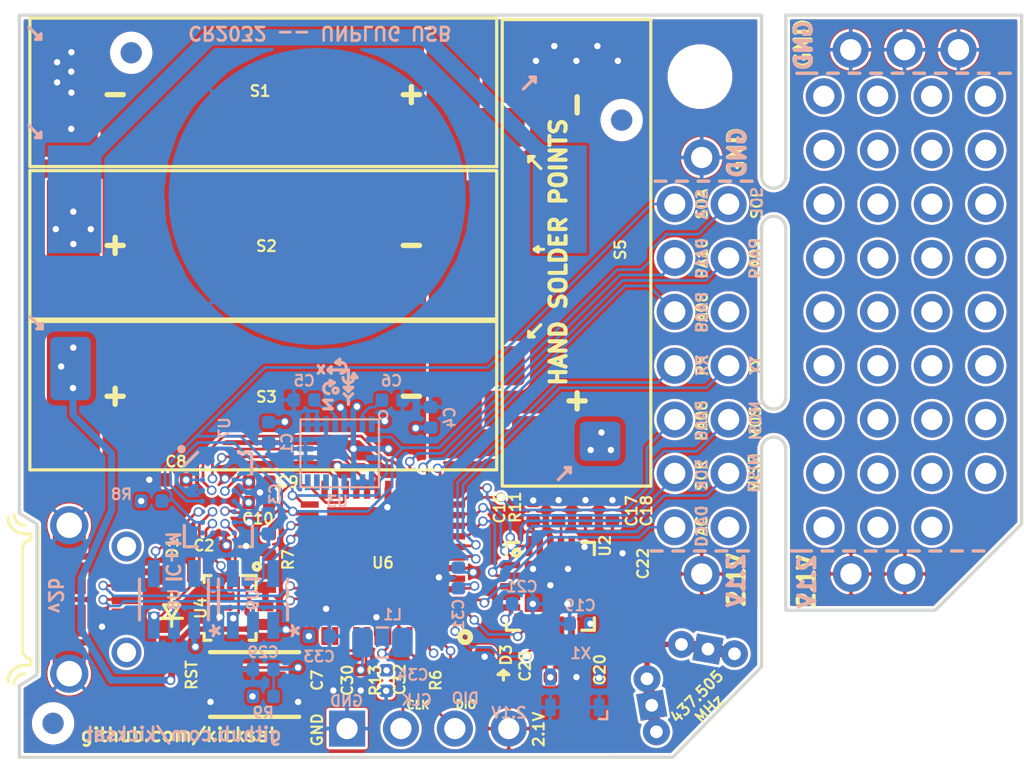
<source format=kicad_pcb>
(kicad_pcb (version 20171130) (host pcbnew "(6.0.0-rc1-dev-1614-ge850a482d)")
  (title_block (title "Project Title"))
  (layers (0 Top signal) (31 Bottom signal) (34 B.Paste user hide) (35 F.Paste user hide) (36 B.SilkS user hide) (37 F.SilkS user) (38 B.Mask user hide) (39 F.Mask user hide) (44 Edge.Cuts user))
  (net 0 "")
  (net 1 "Net-(ANT-N1-PadIN1)")
  (net 2 "Net-(ANT-P1-PadIN1)")
  (net 3 GND)
  (net 4 "Net-(C6-Pad2)")
  (net 5 "Net-(U2-Pad3)")
  (net 6 "Net-(U3-Pad9)")
  (net 7 "Net-(U3-Pad10)")
  (net 8 "Net-(U3-Pad11)")
  (net 9 "Net-(U3-Pad12)")
  (net 10 "Net-(U3-Pad13)")
  (net 11 "Net-(J1-Pad4)")
  (net 12 /USB+)
  (net 13 /USB-)
  (net 14 VUSB)
  (net 15 "Net-(R11-Pad1)")
  (net 16 /SWDIO)
  (net 17 /SWCLK)
  (net 18 /LED1)
  (net 19 MISO)
  (net 20 SCK)
  (net 21 MOSI)
  (net 22 SDA)
  (net 23 SCL)
  (net 24 /AREF)
  (net 25 "Net-(C21-Pad1)")
  (net 26 "Net-(C25-Pad1)")
  (net 27 "Net-(C5-Pad2)")
  (net 28 "Net-(C29-Pad2)")
  (net 29 "Net-(C30-Pad2)")
  (net 30 "Net-(U6-Pad39)")
  (net 31 "Net-(U6-Pad37)")
  (net 32 "Net-(U6-Pad38)")
  (net 33 "Net-(S1-Pad1)")
  (net 34 /VREF1)
  (net 35 /VREF2)
  (net 36 VCLK)
  (net 37 TST)
  (net 38 SHDWN)
  (net 39 "Net-(U7-PadD1)")
  (net 40 PWDWN)
  (net 41 "Net-(U7-PadA1)")
  (net 42 MD)
  (net 43 "Net-(U7-PadA5)")
  (net 44 "Net-(U7-PadB5)")
  (net 45 MC)
  (net 46 "Net-(U7-PadB6)")
  (net 47 "Net-(U7-PadC6)")
  (net 48 FSYNC)
  (net 49 "Net-(U7-PadA7)")
  (net 50 "Net-(U7-PadD5)")
  (net 51 "Net-(J2-Pad1)")
  (net 52 "Net-(J4-Pad1)")
  (net 53 "Net-(J5-Pad1)")
  (net 54 "Net-(J20-Pad1)")
  (net 55 WAKE)
  (net 56 "Net-(S3-Pad2)")
  (net 57 +2V1)
  (net 58 "Net-(U4-PadB1)")
  (net 59 "Net-(D1-Pad1)")
  (net 60 "Net-(U7-PadC4)")
  (net 61 "Net-(U6-Pad21)")
  (net 62 PA23)
  (net 63 PA22)
  (net 64 PA21)
  (net 65 PA10)
  (net 66 PA09)
  (net 67 PA08)
  (net 68 TX)
  (net 69 RX)
  (net 70 PB02)
  (net 71 PA06)
  (net 72 "Net-(U6-Pad29)")
  (net 73 "Net-(D3-Pad1)")
  (net 74 "Net-(JP1-Pad2)")
  (net 75 "Net-(L1-Pad1)")
  (net 76 radioCS)
  (net 77 "Net-(J13-Pad1)")
  (net 78 "Net-(J13-Pad2)")
  (net 79 "Net-(J13-Pad3)")
  (net 80 "Net-(J13-Pad4)")
  (net 81 "Net-(J14-Pad1)")
  (net 82 "Net-(J14-Pad2)")
  (net 83 "Net-(J14-Pad3)")
  (net 84 "Net-(J14-Pad4)")
  (net 85 "Net-(J15-Pad1)")
  (net 86 "Net-(J15-Pad2)")
  (net 87 "Net-(J15-Pad3)")
  (net 88 "Net-(J15-Pad4)")
  (net 89 "Net-(J16-Pad1)")
  (net 90 "Net-(J16-Pad2)")
  (net 91 "Net-(J16-Pad3)")
  (net 92 "Net-(J16-Pad4)")
  (net 93 "Net-(J17-Pad1)")
  (net 94 "Net-(J17-Pad2)")
  (net 95 "Net-(J17-Pad3)")
  (net 96 "Net-(J17-Pad4)")
  (net 97 "Net-(J18-Pad1)")
  (net 98 "Net-(J18-Pad2)")
  (net 99 "Net-(J18-Pad3)")
  (net 100 "Net-(J18-Pad4)")
  (net 101 "Net-(J19-Pad1)")
  (net 102 "Net-(J19-Pad2)")
  (net 103 "Net-(J19-Pad3)")
  (net 104 "Net-(J19-Pad4)")
  (net 105 "Net-(J20-Pad2)")
  (net 106 "Net-(J20-Pad3)")
  (net 107 "Net-(J20-Pad4)")
  (net 108 "Net-(J22-Pad2)")
  (net 109 DAC0)
  (net 110 "Net-(J27-Pad2)")
  (net 111 "Net-(U2-Pad10)")
  (net 112 "Net-(C25-Pad2)")
  (net 113 /AVDD)
  (net 114 "Net-(U7-PadB4)")
  (module custom-footprints:CC1101_RGP_20 (layer Top) (at 106.75 100.98)
    (fp_text reference U2 (at 2.57668 -1.91238 90) (layer F.SilkS) (effects (font (size 0.508 0.508) (thickness 0.1016))))
    (fp_text value CC1101RGPR hide)
    (pad 21 smd rect (at 0 0) (size 2.413 2.413) (layers Top F.Paste F.Mask) (net 3 GND))
    (pad 20 smd rect (at -1.000001 -1.89865) (size 0.3048 0.9525) (layers Top F.Paste F.Mask) (net 21 MOSI))
    (pad 19 smd rect (at -0.499999 -1.89865) (size 0.3048 0.9525) (layers Top F.Paste F.Mask) (net 3 GND))
    (pad 18 smd rect (at 0 -1.89865) (size 0.3048 0.9525) (layers Top F.Paste F.Mask) (net 57 +2V1))
    (pad 17 smd rect (at 0.499999 -1.89865) (size 0.3048 0.9525) (layers Top F.Paste F.Mask) (net 15 "Net-(R11-Pad1)"))
    (pad 16 smd rect (at 1.000001 -1.89865) (size 0.3048 0.9525) (layers Top F.Paste F.Mask) (net 3 GND))
    (pad 15 smd rect (at 1.89865 -1.000001 90) (size 0.3048 0.9525) (layers Top F.Paste F.Mask) (net 57 +2V1))
    (pad 14 smd rect (at 1.89865 -0.499999 90) (size 0.3048 0.9525) (layers Top F.Paste F.Mask) (net 57 +2V1))
    (pad 13 smd rect (at 1.89865 0 90) (size 0.3048 0.9525) (layers Top F.Paste F.Mask) (net 1 "Net-(ANT-N1-PadIN1)"))
    (pad 12 smd rect (at 1.89865 0.499999 90) (size 0.3048 0.9525) (layers Top F.Paste F.Mask) (net 2 "Net-(ANT-P1-PadIN1)"))
    (pad 11 smd rect (at 1.89865 1.000001 90) (size 0.3048 0.9525) (layers Top F.Paste F.Mask) (net 57 +2V1))
    (pad 10 smd rect (at 1.000001 1.89865) (size 0.3048 0.9525) (layers Top F.Paste F.Mask) (net 111 "Net-(U2-Pad10)"))
    (pad 9 smd rect (at 0.499999 1.89865) (size 0.3048 0.9525) (layers Top F.Paste F.Mask) (net 57 +2V1))
    (pad 8 smd rect (at 0 1.89865) (size 0.3048 0.9525) (layers Top F.Paste F.Mask) (net 26 "Net-(C25-Pad1)"))
    (pad 7 smd rect (at -0.499999 1.89865) (size 0.3048 0.9525) (layers Top F.Paste F.Mask) (net 76 radioCS))
    (pad 6 smd rect (at -1.000001 1.89865) (size 0.3048 0.9525) (layers Top F.Paste F.Mask) (net 55 WAKE))
    (pad 5 smd rect (at -1.89865 1.000001 90) (size 0.3048 0.9525) (layers Top F.Paste F.Mask) (net 25 "Net-(C21-Pad1)"))
    (pad 4 smd rect (at -1.89865 0.499999 90) (size 0.3048 0.9525) (layers Top F.Paste F.Mask) (net 57 +2V1))
    (pad 3 smd rect (at -1.89865 0 90) (size 0.3048 0.9525) (layers Top F.Paste F.Mask) (net 5 "Net-(U2-Pad3)"))
    (pad 2 smd rect (at -1.89865 -0.499999 90) (size 0.3048 0.9525) (layers Top F.Paste F.Mask) (net 19 MISO))
    (pad 1 smd rect (at -1.89865 -1.000001 90) (size 0.3048 0.9525) (layers Top F.Paste F.Mask) (net 20 SCK))
  )
  (module custom-footprints:TXCO_2.5x2 (layer Bottom) (at 107.8992 105.9688 180)
    (fp_text reference X1 (at -0.2794 1.82626 180) (layer B.SilkS) (effects (font (size 0.508 0.508) (thickness 0.1016)) (justify mirror)))
    (fp_text value 26.000)
    (pad 1 smd rect (at -1.15 -0.7125 180) (size 0.5 0.825) (layers Bottom B.Paste B.Mask) (net 3 GND))
    (pad 2 smd rect (at 1.15 -0.7125 180) (size 0.5 0.825) (layers Bottom B.Paste B.Mask) (net 3 GND))
    (pad 3 smd rect (at 1.15 0.7125 180) (size 0.5 0.825) (layers Bottom B.Paste B.Mask) (net 112 "Net-(C25-Pad2)"))
    (pad 4 smd rect (at -1.15 0.7125 180) (size 0.5 0.825) (layers Bottom B.Paste B.Mask) (net 57 +2V1))
  )
  (module custom-footprints:OVM9724b (layer Bottom) (at 91.14028 96.9518 270)
    (fp_text reference U7 (at -3.429 -0.24892 270) (layer B.SilkS) (effects (font (size 0.508 0.508) (thickness 0.1016)) (justify mirror)))
    (fp_text value OVM9724)
    (pad D1 smd circle (at -1.49 -0.71 180) (size 0.25 0.25) (layers Bottom B.Paste B.Mask) (net 39 "Net-(U7-PadD1)"))
    (pad D2 smd circle (at -0.99 -0.71 180) (size 0.25 0.25) (layers Bottom B.Paste B.Mask) (net 34 /VREF1))
    (pad D3 smd circle (at -0.49 -0.71 180) (size 0.25 0.25) (layers Bottom B.Paste B.Mask) (net 35 /VREF2))
    (pad D4 smd circle (at 0.01 -0.71 180) (size 0.25 0.25) (layers Bottom B.Paste B.Mask) (net 3 GND))
    (pad D5 smd circle (at 0.51 -0.71 180) (size 0.25 0.25) (layers Bottom B.Paste B.Mask) (net 50 "Net-(U7-PadD5)"))
    (pad D6 smd circle (at 1.01 -0.71 180) (size 0.25 0.25) (layers Bottom B.Paste B.Mask) (net 57 +2V1))
    (pad D7 smd circle (at 1.51 -0.71 180) (size 0.25 0.25) (layers Bottom B.Paste B.Mask))
    (pad C1 smd circle (at -1.49 -0.21 180) (size 0.25 0.25) (layers Bottom B.Paste B.Mask) (net 3 GND))
    (pad C2 smd circle (at -0.99 -0.21 180) (size 0.25 0.25) (layers Bottom B.Paste B.Mask) (net 57 +2V1))
    (pad C3 smd circle (at -0.49 -0.21 180) (size 0.25 0.25) (layers Bottom B.Paste B.Mask) (net 36 VCLK))
    (pad C4 smd circle (at 0.01 -0.21 180) (size 0.25 0.25) (layers Bottom B.Paste B.Mask) (net 60 "Net-(U7-PadC4)"))
    (pad C5 smd circle (at 0.51 -0.21 180) (size 0.25 0.25) (layers Bottom B.Paste B.Mask) (net 48 FSYNC))
    (pad C6 smd circle (at 1.01 -0.21 180) (size 0.25 0.25) (layers Bottom B.Paste B.Mask) (net 47 "Net-(U7-PadC6)"))
    (pad C7 smd circle (at 1.51 -0.21 180) (size 0.25 0.25) (layers Bottom B.Paste B.Mask) (net 57 +2V1))
    (pad B1 smd circle (at -1.49 0.29 180) (size 0.25 0.25) (layers Bottom B.Paste B.Mask) (net 40 PWDWN))
    (pad B2 smd circle (at -0.99 0.29 180) (size 0.25 0.25) (layers Bottom B.Paste B.Mask) (net 38 SHDWN))
    (pad B3 smd circle (at -0.49 0.29 180) (size 0.25 0.25) (layers Bottom B.Paste B.Mask) (net 37 TST))
    (pad B4 smd circle (at 0.01 0.29 180) (size 0.25 0.25) (layers Bottom B.Paste B.Mask) (net 114 "Net-(U7-PadB4)"))
    (pad B5 smd circle (at 0.51 0.29 180) (size 0.25 0.25) (layers Bottom B.Paste B.Mask) (net 44 "Net-(U7-PadB5)"))
    (pad B6 smd circle (at 1.01 0.29 180) (size 0.25 0.25) (layers Bottom B.Paste B.Mask) (net 46 "Net-(U7-PadB6)"))
    (pad B7 smd circle (at 1.51 0.29 180) (size 0.25 0.25) (layers Bottom B.Paste B.Mask) (net 3 GND))
    (pad A1 smd circle (at -1.49 0.79 180) (size 0.25 0.25) (layers Bottom B.Paste B.Mask) (net 41 "Net-(U7-PadA1)"))
    (pad A2 smd circle (at -0.99 0.79 180) (size 0.25 0.25) (layers Bottom B.Paste B.Mask) (net 113 /AVDD))
    (pad A3 smd circle (at -0.49 0.79 180) (size 0.25 0.25) (layers Bottom B.Paste B.Mask) (net 3 GND))
    (pad A4 smd circle (at 0.01 0.79 180) (size 0.25 0.25) (layers Bottom B.Paste B.Mask) (net 23 SCL))
    (pad A5 smd circle (at 0.51 0.79 180) (size 0.25 0.25) (layers Bottom B.Paste B.Mask) (net 43 "Net-(U7-PadA5)"))
    (pad A6 smd circle (at 1.01 0.79 180) (size 0.25 0.25) (layers Bottom B.Paste B.Mask) (net 22 SDA))
    (pad A7 smd circle (at 1.51 0.79 180) (size 0.25 0.25) (layers Bottom B.Paste B.Mask) (net 49 "Net-(U7-PadA7)"))
  )
  (module custom-footprints:BAT-HLD-001 (layer Bottom) (at 95.758 82.6008)
    (fp_text reference U1 hide)
    (fp_text value BAT-HLD-001 hide)
    (pad 1 smd rect (at -11.43 0.127) (size 2.54 5.08) (layers Bottom B.Paste B.Mask) (net 59 "Net-(D1-Pad1)"))
    (pad 3 smd rect (at 11.43 0.127) (size 2.54 5.08) (layers Bottom B.Paste B.Mask) (net 59 "Net-(D1-Pad1)"))
    (pad 2 smd circle (at 0 0) (size 14 14) (layers Bottom B.Paste B.Mask) (net 3 GND))
  )
  (module Fiducial:Fiducial_1mm_Dia_2mm_Outer (layer Top) (at 110.109 78.994)
    (fp_text reference REF** hide)
    (fp_text value Fiducial_1mm_Dia_2mm_Outer)
    (pad "" smd circle (at 0 0) (size 1 1) (layers Top F.Mask) (clearance 0.5))
  )
  (module Fiducial:Fiducial_1mm_Dia_2mm_Outer (layer Bottom) (at 110.109 78.994)
    (fp_text reference REF** hide)
    (fp_text value Fiducial_1mm_Dia_2mm_Outer)
    (pad "" smd circle (at 0 0) (size 1 1) (layers Bottom B.Mask) (clearance 0.5))
  )
  (module Fiducial:Fiducial_1mm_Dia_2mm_Outer (layer Top) (at 86.995 75.819)
    (fp_text reference REF** hide)
    (fp_text value Fiducial_1mm_Dia_2mm_Outer)
    (pad "" smd circle (at 0 0) (size 1 1) (layers Top F.Mask) (clearance 0.5))
  )
  (module Fiducial:Fiducial_1mm_Dia_2mm_Outer (layer Bottom) (at 86.995 75.819)
    (fp_text reference REF** hide)
    (fp_text value Fiducial_1mm_Dia_2mm_Outer)
    (pad "" smd circle (at 0 0) (size 1 1) (layers Bottom B.Mask) (clearance 0.5))
  )
  (module Fiducial:Fiducial_1mm_Dia_2mm_Outer (layer Bottom) (at 83.312 107.442)
    (fp_text reference REF** hide)
    (fp_text value Fiducial_1mm_Dia_2mm_Outer)
    (pad "" smd circle (at 0 0) (size 1 1) (layers Bottom B.Mask) (clearance 0.5))
  )
  (module "" (layer Top) (at 113.79962 76.94228)
    (fp_text reference @HOLE0 hide)
    (fp_text value "" (at 0 0) (layer F.SilkS) (effects (font (size 1.27 1.27))))
    (pad "" np_thru_hole circle (at 0 0) (size 2.8 2.8) (drill 2.8) (layers *.Cu *.Mask))
  )
  (module Fiducial:Fiducial_1mm_Dia_2mm_Outer (layer Top) (at 83.312 107.442)
    (fp_text reference REF** hide)
    (fp_text value Fiducial_1mm_Dia_2mm_Outer)
    (pad "" smd circle (at 0 0) (size 1 1) (layers Top F.Mask) (clearance 0.5))
  )
  (module custom-footprints:PinHeader_CUSTOM3 (layer Top) (at 112.6109 90.5764 90)
    (fp_text reference J25 hide)
    (fp_text value Conn_01x02)
    (pad 2 thru_hole oval (at 0 2.54 90) (size 1.7 1.7) (drill 1) (layers *.Cu *.Mask) (net 68 TX))
    (pad 1 thru_hole oval (at 0 0 90) (size 1.7 1.7) (drill 1) (layers *.Cu *.Mask) (net 69 RX))
  )
  (module custom-footprints:PinHeader_CUSTOM3 (layer Top) (at 112.6109 98.1964 90)
    (fp_text reference J27 hide)
    (fp_text value Conn_01x02)
    (pad 2 thru_hole oval (at 0 2.54 90) (size 1.7 1.7) (drill 1) (layers *.Cu *.Mask) (net 110 "Net-(J27-Pad2)"))
    (pad 1 thru_hole oval (at 0 0 90) (size 1.7 1.7) (drill 1) (layers *.Cu *.Mask) (net 109 DAC0))
  )
  (module custom-footprints:PinHeader_CUSTOM3 (layer Top) (at 112.6109 82.9564 90)
    (fp_text reference J26 hide)
    (fp_text value Conn_01x02)
    (pad 2 thru_hole oval (at 0 2.54 90) (size 1.7 1.7) (drill 1) (layers *.Cu *.Mask) (net 23 SCL))
    (pad 1 thru_hole oval (at 0 0 90) (size 1.7 1.7) (drill 1) (layers *.Cu *.Mask) (net 22 SDA))
  )
  (module custom-footprints:PinHeader_CUSTOM3 (layer Top) (at 112.6109 93.1164 90)
    (fp_text reference J24 hide)
    (fp_text value Conn_01x02)
    (pad 2 thru_hole oval (at 0 2.54 90) (size 1.7 1.7) (drill 1) (layers *.Cu *.Mask) (net 21 MOSI))
    (pad 1 thru_hole oval (at 0 0 90) (size 1.7 1.7) (drill 1) (layers *.Cu *.Mask) (net 71 PA06))
  )
  (module custom-footprints:PinHeader_CUSTOM3 (layer Top) (at 112.6109 85.4964 90)
    (fp_text reference J23 hide)
    (fp_text value Conn_01x02)
    (pad 2 thru_hole oval (at 0 2.54 90) (size 1.7 1.7) (drill 1) (layers *.Cu *.Mask) (net 66 PA09))
    (pad 1 thru_hole oval (at 0 0 90) (size 1.7 1.7) (drill 1) (layers *.Cu *.Mask) (net 65 PA10))
  )
  (module custom-footprints:PinHeader_CUSTOM3 (layer Top) (at 112.6109 88.0364 90)
    (fp_text reference J22 hide)
    (fp_text value Conn_01x02)
    (pad 2 thru_hole oval (at 0 2.54 90) (size 1.7 1.7) (drill 1) (layers *.Cu *.Mask) (net 108 "Net-(J22-Pad2)"))
    (pad 1 thru_hole oval (at 0 0 90) (size 1.7 1.7) (drill 1) (layers *.Cu *.Mask) (net 67 PA08))
  )
  (module custom-footprints:PinHeader_CUSTOM3 (layer Top) (at 112.6109 95.6564 90)
    (fp_text reference J21 hide)
    (fp_text value Conn_01x02)
    (pad 2 thru_hole oval (at 0 2.54 90) (size 1.7 1.7) (drill 1) (layers *.Cu *.Mask) (net 19 MISO))
    (pad 1 thru_hole oval (at 0 0 90) (size 1.7 1.7) (drill 1) (layers *.Cu *.Mask) (net 20 SCK))
  )
  (module custom-footprints:PinHeader_CUSTOM (layer Top) (at 119.6467 80.4164 90)
    (fp_text reference J20 hide)
    (fp_text value Conn_01x04)
    (pad 1 thru_hole oval (at 0 0 90) (size 1.7 1.7) (drill 1) (layers *.Cu *.Mask) (net 54 "Net-(J20-Pad1)"))
    (pad 2 thru_hole oval (at 0 2.54 90) (size 1.7 1.7) (drill 1) (layers *.Cu *.Mask) (net 105 "Net-(J20-Pad2)"))
    (pad 3 thru_hole oval (at 0 5.08 90) (size 1.7 1.7) (drill 1) (layers *.Cu *.Mask) (net 106 "Net-(J20-Pad3)"))
    (pad 4 thru_hole oval (at 0 7.62 90) (size 1.7 1.7) (drill 1) (layers *.Cu *.Mask) (net 107 "Net-(J20-Pad4)"))
  )
  (module custom-footprints:PinHeader_CUSTOM (layer Top) (at 119.634 77.86878 90)
    (fp_text reference J19 hide)
    (fp_text value Conn_01x04)
    (pad 1 thru_hole oval (at 0 0 90) (size 1.7 1.7) (drill 1) (layers *.Cu *.Mask) (net 101 "Net-(J19-Pad1)"))
    (pad 2 thru_hole oval (at 0 2.54 90) (size 1.7 1.7) (drill 1) (layers *.Cu *.Mask) (net 102 "Net-(J19-Pad2)"))
    (pad 3 thru_hole oval (at 0 5.08 90) (size 1.7 1.7) (drill 1) (layers *.Cu *.Mask) (net 103 "Net-(J19-Pad3)"))
    (pad 4 thru_hole oval (at 0 7.62 90) (size 1.7 1.7) (drill 1) (layers *.Cu *.Mask) (net 104 "Net-(J19-Pad4)"))
  )
  (module custom-footprints:PinHeader_CUSTOM (layer Top) (at 119.6467 82.9564 90)
    (fp_text reference J18 hide)
    (fp_text value Conn_01x04)
    (pad 1 thru_hole oval (at 0 0 90) (size 1.7 1.7) (drill 1) (layers *.Cu *.Mask) (net 97 "Net-(J18-Pad1)"))
    (pad 2 thru_hole oval (at 0 2.54 90) (size 1.7 1.7) (drill 1) (layers *.Cu *.Mask) (net 98 "Net-(J18-Pad2)"))
    (pad 3 thru_hole oval (at 0 5.08 90) (size 1.7 1.7) (drill 1) (layers *.Cu *.Mask) (net 99 "Net-(J18-Pad3)"))
    (pad 4 thru_hole oval (at 0 7.62 90) (size 1.7 1.7) (drill 1) (layers *.Cu *.Mask) (net 100 "Net-(J18-Pad4)"))
  )
  (module custom-footprints:PinHeader_CUSTOM (layer Top) (at 119.6467 85.4964 90)
    (fp_text reference J17 hide)
    (fp_text value Conn_01x04)
    (pad 1 thru_hole oval (at 0 0 90) (size 1.7 1.7) (drill 1) (layers *.Cu *.Mask) (net 93 "Net-(J17-Pad1)"))
    (pad 2 thru_hole oval (at 0 2.54 90) (size 1.7 1.7) (drill 1) (layers *.Cu *.Mask) (net 94 "Net-(J17-Pad2)"))
    (pad 3 thru_hole oval (at 0 5.08 90) (size 1.7 1.7) (drill 1) (layers *.Cu *.Mask) (net 95 "Net-(J17-Pad3)"))
    (pad 4 thru_hole oval (at 0 7.62 90) (size 1.7 1.7) (drill 1) (layers *.Cu *.Mask) (net 96 "Net-(J17-Pad4)"))
  )
  (module custom-footprints:PinHeader_CUSTOM (layer Top) (at 119.6467 88.0364 90)
    (fp_text reference J16 hide)
    (fp_text value Conn_01x04)
    (pad 1 thru_hole oval (at 0 0 90) (size 1.7 1.7) (drill 1) (layers *.Cu *.Mask) (net 89 "Net-(J16-Pad1)"))
    (pad 2 thru_hole oval (at 0 2.54 90) (size 1.7 1.7) (drill 1) (layers *.Cu *.Mask) (net 90 "Net-(J16-Pad2)"))
    (pad 3 thru_hole oval (at 0 5.08 90) (size 1.7 1.7) (drill 1) (layers *.Cu *.Mask) (net 91 "Net-(J16-Pad3)"))
    (pad 4 thru_hole oval (at 0 7.62 90) (size 1.7 1.7) (drill 1) (layers *.Cu *.Mask) (net 92 "Net-(J16-Pad4)"))
  )
  (module custom-footprints:PinHeader_CUSTOM (layer Top) (at 119.6467 95.6564 90)
    (fp_text reference J15 hide)
    (fp_text value Conn_01x04)
    (pad 1 thru_hole oval (at 0 0 90) (size 1.7 1.7) (drill 1) (layers *.Cu *.Mask) (net 85 "Net-(J15-Pad1)"))
    (pad 2 thru_hole oval (at 0 2.54 90) (size 1.7 1.7) (drill 1) (layers *.Cu *.Mask) (net 86 "Net-(J15-Pad2)"))
    (pad 3 thru_hole oval (at 0 5.08 90) (size 1.7 1.7) (drill 1) (layers *.Cu *.Mask) (net 87 "Net-(J15-Pad3)"))
    (pad 4 thru_hole oval (at 0 7.62 90) (size 1.7 1.7) (drill 1) (layers *.Cu *.Mask) (net 88 "Net-(J15-Pad4)"))
  )
  (module custom-footprints:PinHeader_CUSTOM (layer Top) (at 119.6467 90.5764 90)
    (fp_text reference J14 hide)
    (fp_text value Conn_01x04)
    (pad 1 thru_hole oval (at 0 0 90) (size 1.7 1.7) (drill 1) (layers *.Cu *.Mask) (net 81 "Net-(J14-Pad1)"))
    (pad 2 thru_hole oval (at 0 2.54 90) (size 1.7 1.7) (drill 1) (layers *.Cu *.Mask) (net 82 "Net-(J14-Pad2)"))
    (pad 3 thru_hole oval (at 0 5.08 90) (size 1.7 1.7) (drill 1) (layers *.Cu *.Mask) (net 83 "Net-(J14-Pad3)"))
    (pad 4 thru_hole oval (at 0 7.62 90) (size 1.7 1.7) (drill 1) (layers *.Cu *.Mask) (net 84 "Net-(J14-Pad4)"))
  )
  (module custom-footprints:PinHeader_CUSTOM (layer Top) (at 119.6467 93.1164 90)
    (fp_text reference J13 hide)
    (fp_text value Conn_01x04)
    (pad 1 thru_hole oval (at 0 0 90) (size 1.7 1.7) (drill 1) (layers *.Cu *.Mask) (net 77 "Net-(J13-Pad1)"))
    (pad 2 thru_hole oval (at 0 2.54 90) (size 1.7 1.7) (drill 1) (layers *.Cu *.Mask) (net 78 "Net-(J13-Pad2)"))
    (pad 3 thru_hole oval (at 0 5.08 90) (size 1.7 1.7) (drill 1) (layers *.Cu *.Mask) (net 79 "Net-(J13-Pad3)"))
    (pad 4 thru_hole oval (at 0 7.62 90) (size 1.7 1.7) (drill 1) (layers *.Cu *.Mask) (net 80 "Net-(J13-Pad4)"))
  )
  (module custom-footprints:PinHeader_CUSTOM2 (layer Top) (at 125.984 75.674156)
    (fp_text reference J12 hide)
    (fp_text value Conn_01x01)
    (pad 1 thru_hole oval (at 0 0) (size 1.7 1.7) (drill 1) (layers *.Cu *.Mask) (net 3 GND))
  )
  (module custom-footprints:PinHeader_CUSTOM2 (layer Top) (at 123.4567 100.396104)
    (fp_text reference J11 hide)
    (fp_text value Conn_01x01)
    (pad 1 thru_hole oval (at 0 0) (size 1.7 1.7) (drill 1) (layers *.Cu *.Mask) (net 57 +2V1))
  )
  (module custom-footprints:PinHeader_CUSTOM2 (layer Top) (at 113.8809 80.756696)
    (fp_text reference J10 hide)
    (fp_text value Conn_01x01)
    (pad 1 thru_hole oval (at 0 0) (size 1.7 1.7) (drill 1) (layers *.Cu *.Mask) (net 3 GND))
  )
  (module custom-footprints:PinHeader_CUSTOM2 (layer Top) (at 120.9167 100.396104)
    (fp_text reference J9 hide)
    (fp_text value Conn_01x01)
    (pad 1 thru_hole oval (at 0 0) (size 1.7 1.7) (drill 1) (layers *.Cu *.Mask) (net 57 +2V1))
  )
  (module custom-footprints:PinHeader_CUSTOM2 (layer Top) (at 120.904 75.674156)
    (fp_text reference J8 hide)
    (fp_text value Conn_01x01)
    (pad 1 thru_hole oval (at 0 0) (size 1.7 1.7) (drill 1) (layers *.Cu *.Mask) (net 3 GND))
  )
  (module custom-footprints:PinHeader_CUSTOM2 (layer Top) (at 123.444 75.674156)
    (fp_text reference J7 hide)
    (fp_text value Conn_01x01)
    (pad 1 thru_hole oval (at 0 0) (size 1.7 1.7) (drill 1) (layers *.Cu *.Mask) (net 3 GND))
  )
  (module custom-footprints:PinHeader_CUSTOM2 (layer Top) (at 113.8809 100.396104)
    (fp_text reference J6 hide)
    (fp_text value Conn_01x01)
    (pad 1 thru_hole oval (at 0 0) (size 1.7 1.7) (drill 1) (layers *.Cu *.Mask) (net 57 +2V1))
  )
  (module custom-footprints:PinHeader_CUSTOM2 (layer Top) (at 124.7267 98.1964)
    (fp_text reference J5 hide)
    (fp_text value Conn_01x01)
    (pad 1 thru_hole oval (at 0 0) (size 1.7 1.7) (drill 1) (layers *.Cu *.Mask) (net 53 "Net-(J5-Pad1)"))
  )
  (module custom-footprints:PinHeader_CUSTOM2 (layer Top) (at 122.1867 98.1964)
    (fp_text reference J4 hide)
    (fp_text value Conn_01x01)
    (pad 1 thru_hole oval (at 0 0) (size 1.7 1.7) (drill 1) (layers *.Cu *.Mask) (net 52 "Net-(J4-Pad1)"))
  )
  (module custom-footprints:PinHeader_CUSTOM2 (layer Top) (at 119.6467 98.1964)
    (fp_text reference J2 hide)
    (fp_text value Conn_01x01)
    (pad 1 thru_hole oval (at 0 0) (size 1.7 1.7) (drill 1) (layers *.Cu *.Mask) (net 51 "Net-(J2-Pad1)"))
  )
  (module custom-footprints:10118194-0001LF (layer Top) (at 84.074 101.6 270)
    (fp_text reference J1 hide)
    (fp_text value 10118194-0001LF hide)
    (pad 13 smd rect (at 3.05 0 270) (size 1.5 1.55) (layers Top F.Paste F.Mask))
    (pad 12 smd rect (at -3.05 0 270) (size 1.5 1.55) (layers Top F.Paste F.Mask))
    (pad 11 smd rect (at 1 0 270) (size 1.5 1.55) (layers Top F.Paste F.Mask))
    (pad 10 smd rect (at -1 0 270) (size 1.5 1.55) (layers Top F.Paste F.Mask))
    (pad 9 thru_hole circle (at 3.5 0 270) (size 1.8 1.8) (drill 1.2) (layers *.Cu *.Mask) (net 3 GND))
    (pad 8 thru_hole circle (at -3.5 0 270) (size 1.8 1.8) (drill 1.2) (layers *.Cu *.Mask) (net 3 GND))
    (pad 7 thru_hole circle (at 2.5 -2.7 270) (size 1.408 1.408) (drill 0.9) (layers *.Cu *.Mask))
    (pad 6 thru_hole circle (at -2.5 -2.7 270) (size 1.408 1.408) (drill 0.9) (layers *.Cu *.Mask))
    (pad 5 smd rect (at 1.3 -2.675 90) (size 0.45 1.35) (layers Top F.Paste F.Mask) (net 3 GND))
    (pad 4 smd rect (at 0.65 -2.675 90) (size 0.45 1.35) (layers Top F.Paste F.Mask) (net 11 "Net-(J1-Pad4)"))
    (pad 3 smd rect (at 0 -2.675 90) (size 0.45 1.35) (layers Top F.Paste F.Mask) (net 12 /USB+))
    (pad 2 smd rect (at -0.65 -2.675 90) (size 0.45 1.35) (layers Top F.Paste F.Mask) (net 13 /USB-))
    (pad 1 smd rect (at -1.3 -2.675 90) (size 0.45 1.35) (layers Top F.Paste F.Mask) (net 14 VUSB))
  )
  (module Inductor_SMD:L_0805_2012Metric (layer Bottom) (at 98.8337 103.632 180)
    (fp_text reference L1 (at -0.4803 1.3208 180) (layer B.SilkS) (effects (font (size 0.508 0.508) (thickness 0.1016)) (justify mirror)))
    (fp_text value 10uH)
    (pad 2 smd roundrect (at 0.9375 0 180) (size 0.975 1.4) (layers Bottom B.Paste B.Mask) (net 29 "Net-(C30-Pad2)"))
    (pad 1 smd roundrect (at -0.9375 0 180) (size 0.975 1.4) (layers Bottom B.Paste B.Mask) (net 75 "Net-(L1-Pad1)"))
  )
  (module Capacitor_SMD:C_0402_1005Metric (layer Top) (at 96.52 105.41 90)
    (fp_text reference C7 (at 0 -0.762 90) (layer F.SilkS) (effects (font (size 0.508 0.508) (thickness 0.1016))))
    (fp_text value 1uF)
    (pad 2 smd roundrect (at 0.485 0 90) (size 0.59 0.64) (layers Top F.Paste F.Mask) (net 29 "Net-(C30-Pad2)"))
    (pad 1 smd roundrect (at -0.485 0 90) (size 0.59 0.64) (layers Top F.Paste F.Mask) (net 3 GND))
  )
  (module custom-footprints:Jumper3_Small (layer Top) (at 93.3196 101.9048 270)
    (fp_text reference JP1 hide)
    (fp_text value SolderJumper_3_Bridged12)
    (pad 2 smd rect (at 0 0 270) (size 0.5 0.75) (layers Top F.Mask) (net 74 "Net-(JP1-Pad2)"))
    (pad 3 smd custom (at 0.889 0 270) (size 0.5 0.5) (layers Top F.Mask) (net 59 "Net-(D1-Pad1)") (options (clearance outline) (anchor rect)) (primitives (gr_circle (center 0 0.25) (end 0.25 0.25) (width 0)) (gr_circle (center 0 -0.25) (end 0.25 -0.25) (width 0)) (gr_poly (pts (xy -0.275 -0.5) (xy 0 -0.5) (xy 0 0.5) (xy -0.275 0.5)) (width 0))))
    (pad 1 smd custom (at -0.889 0 270) (size 0.5 0.5) (layers Top F.Mask) (net 3 GND) (options (clearance outline) (anchor rect)) (primitives (gr_circle (center 0 0.25) (end 0.25 0.25) (width 0)) (gr_circle (center 0 -0.25) (end 0.25 -0.25) (width 0)) (gr_poly (pts (xy 0.275 -0.5) (xy 0 -0.5) (xy 0 0.5) (xy 0.275 0.5)) (width 0)) (gr_poly (pts (xy 0.2 -0.15) (xy 0.65 -0.15) (xy 0.65 0.15) (xy 0.2 0.15)) (width 0))))
  )
  (module Diode_SMD:D_SOD-123 (layer Top) (at 88.9 102.108 90)
    (fp_text reference D1 (at 2.9337 0.03302 90) (layer F.SilkS) (effects (font (size 0.508 0.508) (thickness 0.1016))))
    (fp_text value MBR120)
    (pad 2 smd rect (at 1.65 0 90) (size 0.9 1.2) (layers Top F.Paste F.Mask) (net 14 VUSB))
    (pad 1 smd rect (at -1.65 0 90) (size 0.9 1.2) (layers Top F.Paste F.Mask) (net 59 "Net-(D1-Pad1)"))
  )
  (module LED_SMD:LED_0603_1608Metric (layer Top) (at 103.64978 105.08742 90)
    (fp_text reference D3 (at 0.86868 1.00838 270) (layer F.SilkS) (effects (font (size 0.508 0.508) (thickness 0.1016))))
    (fp_text value "GREEN LED")
    (pad 2 smd roundrect (at 0.7875 0 90) (size 0.875 0.95) (layers Top F.Paste F.Mask) (net 3 GND))
    (pad 1 smd roundrect (at -0.7875 0 90) (size 0.875 0.95) (layers Top F.Paste F.Mask) (net 73 "Net-(D3-Pad1)"))
  )
  (module custom-footprints:KXOB22-12X1F (layer Top) (at 93.218 91.948)
    (fp_text reference S3 (at 0.15 0.1) (layer F.SilkS) (effects (font (size 0.508 0.508) (thickness 0.1016))))
    (fp_text value KXOB22-04X3F)
    (fp_text user - (at 6.98 0) (layer F.SilkS) (effects (font (thickness 0.25))))
    (fp_text user + (at -6.98 0) (layer F.SilkS) (effects (font (thickness 0.25))))
    (pad 1 smd rect (at -8.95 0 90) (size 6 2.5) (layers Top F.Paste F.Mask) (net 59 "Net-(D1-Pad1)"))
    (pad 2 smd rect (at 9.05 0 90) (size 6 2.5) (layers Top F.Paste F.Mask) (net 56 "Net-(S3-Pad2)"))
  )
  (module custom-footprints:TPS82740ASIPR (layer Top) (at 91.65336 101.99878 270)
    (fp_text reference U4 (at 0.00762 1.38176 270) (layer F.SilkS) (effects (font (size 0.508 0.508) (thickness 0.1016))))
    (fp_text value TPS82740ASIP hide)
    (pad A1 smd circle (at -0.999998 -0.800001 270) (size 0.299999 0.299999) (layers Top) (net 74 "Net-(JP1-Pad2)"))
    (pad A2 smd circle (at 0 -0.800001 270) (size 0.299999 0.299999) (layers Top) (net 59 "Net-(D1-Pad1)"))
    (pad A3 smd circle (at 1.000001 -0.800001 270) (size 0.299999 0.299999) (layers Top) (net 59 "Net-(D1-Pad1)"))
    (pad B1 smd circle (at -0.999998 -0.000003 270) (size 0.299999 0.299999) (layers Top) (net 58 "Net-(U4-PadB1)"))
    (pad B2 smd circle (at 0 0 270) (size 0.299999 0.299999) (layers Top) (net 3 GND))
    (pad B3 smd circle (at 1.000001 -0.000003 270) (size 0.299999 0.299999) (layers Top) (net 59 "Net-(D1-Pad1)"))
    (pad C1 smd circle (at -0.999998 0.799998 270) (size 0.299999 0.299999) (layers Top) (net 57 +2V1))
    (pad C2 smd circle (at 0 0.799998 270) (size 0.299999 0.299999) (layers Top) (net 3 GND))
    (pad C3 smd circle (at 1.000001 0.799998 270) (size 0.299999 0.299999) (layers Top) (net 59 "Net-(D1-Pad1)"))
  )
  (module Resistor_SMD:R_0402_1005Metric (layer Bottom) (at 87.95004 96.96196)
    (fp_text reference R8 (at -1.41478 -0.32004) (layer B.SilkS) (effects (font (size 0.508 0.508) (thickness 0.1016)) (justify mirror)))
    (fp_text value 10K)
    (pad 2 smd roundrect (at 0.485 0) (size 0.59 0.64) (layers Bottom B.Paste B.Mask) (net 22 SDA))
    (pad 1 smd roundrect (at -0.485 0) (size 0.59 0.64) (layers Bottom B.Paste B.Mask) (net 57 +2V1))
  )
  (module custom-footprints:KXOB22-12X1F (layer Top) (at 107.94238 85.2551 90)
    (fp_text reference S5 (at 0.15 2.10312 90) (layer F.SilkS) (effects (font (size 0.508 0.508) (thickness 0.1016))))
    (fp_text value KXOB22-04X3F)
    (fp_text user - (at 6.98 0 90) (layer F.SilkS) (effects (font (thickness 0.25))))
    (fp_text user + (at -6.98 0 90) (layer F.SilkS) (effects (font (thickness 0.25))))
    (pad 1 smd rect (at -8.95 0 180) (size 6 2.5) (layers Top F.Paste F.Mask) (net 56 "Net-(S3-Pad2)"))
    (pad 2 smd rect (at 9.05 0 180) (size 6 2.5) (layers Top F.Paste F.Mask) (net 3 GND))
  )
  (module custom-footprints:KXOB22-12X1F (layer Top) (at 93.218 77.724 180)
    (fp_text reference S1 (at 0.15 0.1 180) (layer F.SilkS) (effects (font (size 0.508 0.508) (thickness 0.1016))))
    (fp_text value KXOB22-04X3F)
    (fp_text user - (at 6.98 0 180) (layer F.SilkS) (effects (font (thickness 0.25))))
    (fp_text user + (at -6.98 0 180) (layer F.SilkS) (effects (font (thickness 0.25))))
    (pad 1 smd rect (at -8.95 0 270) (size 6 2.5) (layers Top F.Paste F.Mask) (net 33 "Net-(S1-Pad1)"))
    (pad 2 smd rect (at 9.05 0 270) (size 6 2.5) (layers Top F.Paste F.Mask) (net 3 GND))
  )
  (module custom-footprints:KXOB22-12X1F (layer Top) (at 93.218 84.836)
    (fp_text reference S2 (at 0.15 0.1) (layer F.SilkS) (effects (font (size 0.508 0.508) (thickness 0.1016))))
    (fp_text value KXOB22-04X3F)
    (fp_text user - (at 6.98 0) (layer F.SilkS) (effects (font (thickness 0.25))))
    (fp_text user + (at -6.98 0) (layer F.SilkS) (effects (font (thickness 0.25))))
    (pad 1 smd rect (at -8.95 0 90) (size 6 2.5) (layers Top F.Paste F.Mask) (net 59 "Net-(D1-Pad1)"))
    (pad 2 smd rect (at 9.05 0 90) (size 6 2.5) (layers Top F.Paste F.Mask) (net 33 "Net-(S1-Pad1)"))
  )
  (module ATSAMD51G19A-MU:QFN50P700X700X90-49N-D (layer Top) (at 98.8568 99.8728 180)
    (fp_text reference U6 (at 0 0 180) (layer F.SilkS) (effects (font (size 0.508 0.508) (thickness 0.1016))))
    (fp_text value ATSAMD51G_TQFN48 hide)
    (pad 49 smd rect (at 0 0 180) (size 5.25 5.25) (layers Top F.Paste F.Mask) (net 3 GND))
    (pad 48 smd rect (at -2.75 -3.45 180) (size 0.3 0.85) (layers Top F.Paste F.Mask) (net 18 /LED1))
    (pad 47 smd rect (at -2.25 -3.45 180) (size 0.3 0.85) (layers Top F.Paste F.Mask) (net 70 PB02))
    (pad 46 smd rect (at -1.75 -3.45 180) (size 0.3 0.85) (layers Top F.Paste F.Mask) (net 16 /SWDIO))
    (pad 45 smd rect (at -1.25 -3.45 180) (size 0.3 0.85) (layers Top F.Paste F.Mask) (net 17 /SWCLK))
    (pad 44 smd rect (at -0.75 -3.45 180) (size 0.3 0.85) (layers Top F.Paste F.Mask) (net 57 +2V1))
    (pad 43 smd rect (at -0.25 -3.45 180) (size 0.3 0.85) (layers Top F.Paste F.Mask) (net 75 "Net-(L1-Pad1)"))
    (pad 42 smd rect (at 0.25 -3.45 180) (size 0.3 0.85) (layers Top F.Paste F.Mask) (net 3 GND))
    (pad 41 smd rect (at 0.75 -3.45 180) (size 0.3 0.85) (layers Top F.Paste F.Mask) (net 29 "Net-(C30-Pad2)"))
    (pad 40 smd rect (at 1.25 -3.45 180) (size 0.3 0.85) (layers Top F.Paste F.Mask) (net 28 "Net-(C29-Pad2)"))
    (pad 39 smd rect (at 1.75 -3.45 180) (size 0.3 0.85) (layers Top F.Paste F.Mask) (net 30 "Net-(U6-Pad39)"))
    (pad 38 smd rect (at 2.25 -3.45 180) (size 0.3 0.85) (layers Top F.Paste F.Mask) (net 32 "Net-(U6-Pad38)"))
    (pad 37 smd rect (at 2.75 -3.45 180) (size 0.3 0.85) (layers Top F.Paste F.Mask) (net 31 "Net-(U6-Pad37)"))
    (pad 36 smd rect (at 3.45 -2.75 270) (size 0.3 0.85) (layers Top F.Paste F.Mask) (net 57 +2V1))
    (pad 35 smd rect (at 3.45 -2.25 270) (size 0.3 0.85) (layers Top F.Paste F.Mask) (net 3 GND))
    (pad 34 smd rect (at 3.45 -1.75 270) (size 0.3 0.85) (layers Top F.Paste F.Mask) (net 12 /USB+))
    (pad 33 smd rect (at 3.45 -1.25 270) (size 0.3 0.85) (layers Top F.Paste F.Mask) (net 13 /USB-))
    (pad 32 smd rect (at 3.45 -0.75 270) (size 0.3 0.85) (layers Top F.Paste F.Mask) (net 62 PA23))
    (pad 31 smd rect (at 3.45 -0.25 270) (size 0.3 0.85) (layers Top F.Paste F.Mask) (net 63 PA22))
    (pad 30 smd rect (at 3.45 0.25 270) (size 0.3 0.85) (layers Top F.Paste F.Mask) (net 64 PA21))
    (pad 29 smd rect (at 3.45 0.75 270) (size 0.3 0.85) (layers Top F.Paste F.Mask) (net 72 "Net-(U6-Pad29)"))
    (pad 28 smd rect (at 3.45 1.25 270) (size 0.3 0.85) (layers Top F.Paste F.Mask) (net 45 MC))
    (pad 27 smd rect (at 3.45 1.75 270) (size 0.3 0.85) (layers Top F.Paste F.Mask) (net 42 MD))
    (pad 26 smd rect (at 3.45 2.25 270) (size 0.3 0.85) (layers Top F.Paste F.Mask) (net 23 SCL))
    (pad 25 smd rect (at 3.45 2.75 270) (size 0.3 0.85) (layers Top F.Paste F.Mask) (net 22 SDA))
    (pad 24 smd rect (at 2.75 3.45 180) (size 0.3 0.85) (layers Top F.Paste F.Mask) (net 48 FSYNC))
    (pad 23 smd rect (at 2.25 3.45 180) (size 0.3 0.85) (layers Top F.Paste F.Mask) (net 36 VCLK))
    (pad 22 smd rect (at 1.75 3.45 180) (size 0.3 0.85) (layers Top F.Paste F.Mask) (net 48 FSYNC))
    (pad 21 smd rect (at 1.25 3.45 180) (size 0.3 0.85) (layers Top F.Paste F.Mask) (net 61 "Net-(U6-Pad21)"))
    (pad 20 smd rect (at 0.75 3.45 180) (size 0.3 0.85) (layers Top F.Paste F.Mask) (net 40 PWDWN))
    (pad 19 smd rect (at 0.25 3.45 180) (size 0.3 0.85) (layers Top F.Paste F.Mask) (net 38 SHDWN))
    (pad 18 smd rect (at -0.25 3.45 180) (size 0.3 0.85) (layers Top F.Paste F.Mask) (net 3 GND))
    (pad 17 smd rect (at -0.75 3.45 180) (size 0.3 0.85) (layers Top F.Paste F.Mask) (net 57 +2V1))
    (pad 16 smd rect (at -1.25 3.45 180) (size 0.3 0.85) (layers Top F.Paste F.Mask) (net 37 TST))
    (pad 15 smd rect (at -1.75 3.45 180) (size 0.3 0.85) (layers Top F.Paste F.Mask) (net 65 PA10))
    (pad 14 smd rect (at -2.25 3.45 180) (size 0.3 0.85) (layers Top F.Paste F.Mask) (net 66 PA09))
    (pad 13 smd rect (at -2.75 3.45 180) (size 0.3 0.85) (layers Top F.Paste F.Mask) (net 67 PA08))
    (pad 12 smd rect (at -3.45 2.75 270) (size 0.3 0.85) (layers Top F.Paste F.Mask) (net 21 MOSI))
    (pad 11 smd rect (at -3.45 2.25 270) (size 0.3 0.85) (layers Top F.Paste F.Mask) (net 71 PA06))
    (pad 10 smd rect (at -3.45 1.75 270) (size 0.3 0.85) (layers Top F.Paste F.Mask) (net 20 SCK))
    (pad 9 smd rect (at -3.45 1.25 270) (size 0.3 0.85) (layers Top F.Paste F.Mask) (net 19 MISO))
    (pad 8 smd rect (at -3.45 0.75 270) (size 0.3 0.85) (layers Top F.Paste F.Mask) (net 68 TX))
    (pad 7 smd rect (at -3.45 0.25 270) (size 0.3 0.85) (layers Top F.Paste F.Mask) (net 69 RX))
    (pad 6 smd rect (at -3.45 -0.25 270) (size 0.3 0.85) (layers Top F.Paste F.Mask) (net 57 +2V1))
    (pad 5 smd rect (at -3.45 -0.75 270) (size 0.3 0.85) (layers Top F.Paste F.Mask) (net 3 GND))
    (pad 4 smd rect (at -3.45 -1.25 270) (size 0.3 0.85) (layers Top F.Paste F.Mask) (net 24 /AREF))
    (pad 3 smd rect (at -3.45 -1.75 270) (size 0.3 0.85) (layers Top F.Paste F.Mask) (net 109 DAC0))
    (pad 2 smd rect (at -3.45 -2.25 270) (size 0.3 0.85) (layers Top F.Paste F.Mask) (net 55 WAKE))
    (pad 1 smd rect (at -3.45 -2.75 270) (size 0.3 0.85) (layers Top F.Paste F.Mask) (net 76 radioCS))
  )
  (module Connector_PinHeader_2.54mm:PinHeader_1x04_P2.54mm_Vertical (layer Top) (at 97.1677 107.69 90)
    (fp_text reference J3 hide)
    (fp_text value Conn_01x04)
    (pad 1 thru_hole rect (at 0 0 90) (size 1.7 1.7) (drill 1) (layers *.Cu *.Mask) (net 3 GND))
    (pad 2 thru_hole oval (at 0 2.54 90) (size 1.7 1.7) (drill 1) (layers *.Cu *.Mask) (net 17 /SWCLK))
    (pad 3 thru_hole oval (at 0 5.08 90) (size 1.7 1.7) (drill 1) (layers *.Cu *.Mask) (net 16 /SWDIO))
    (pad 4 thru_hole oval (at 0 7.62 90) (size 1.7 1.7) (drill 1) (layers *.Cu *.Mask) (net 57 +2V1))
  )
  (module Capacitor_SMD:C_0402_1005Metric (layer Top) (at 97.81032 105.41 90)
    (fp_text reference C30 (at 0 -0.62992 90) (layer F.SilkS) (effects (font (size 0.508 0.508) (thickness 0.1016))))
    (fp_text value 10uF)
    (pad 2 smd roundrect (at 0.485 0 90) (size 0.59 0.64) (layers Top F.Paste F.Mask) (net 29 "Net-(C30-Pad2)"))
    (pad 1 smd roundrect (at -0.485 0 90) (size 0.59 0.64) (layers Top F.Paste F.Mask) (net 3 GND))
  )
  (module Capacitor_SMD:C_0402_1005Metric (layer Top) (at 99.0092 105.4227 270)
    (fp_text reference C32 (at -0.0508 -0.64008 270) (layer F.SilkS) (effects (font (size 0.508 0.508) (thickness 0.1016))))
    (fp_text value 0.1uF)
    (pad 1 smd roundrect (at -0.485 0 270) (size 0.59 0.64) (layers Top F.Paste F.Mask) (net 57 +2V1))
    (pad 2 smd roundrect (at 0.485 0 270) (size 0.59 0.64) (layers Top F.Paste F.Mask) (net 3 GND))
  )
  (module Capacitor_SMD:C_0402_1005Metric (layer Bottom) (at 93.218 104.902)
    (fp_text reference C29 (at 0 -0.8128) (layer B.SilkS) (effects (font (size 0.508 0.508) (thickness 0.1016)) (justify mirror)))
    (fp_text value 1uF)
    (pad 2 smd roundrect (at 0.485 0) (size 0.59 0.64) (layers Bottom B.Paste B.Mask) (net 28 "Net-(C29-Pad2)"))
    (pad 1 smd roundrect (at -0.485 0) (size 0.59 0.64) (layers Bottom B.Paste B.Mask) (net 3 GND))
  )
  (module Resistor_SMD:R_0402_1005Metric (layer Bottom) (at 93.218 106.172 180)
    (fp_text reference R9 (at 0 -0.762 180) (layer B.SilkS) (effects (font (size 0.508 0.508) (thickness 0.1016)) (justify mirror)))
    (fp_text value 10K)
    (pad 2 smd roundrect (at 0.485 0 180) (size 0.59 0.64) (layers Bottom B.Paste B.Mask) (net 57 +2V1))
    (pad 1 smd roundrect (at -0.485 0 180) (size 0.59 0.64) (layers Bottom B.Paste B.Mask) (net 28 "Net-(C29-Pad2)"))
  )
  (module Resistor_SMD:R_0402_1005Metric (layer Top) (at 100.31984 105.41 90)
    (fp_text reference R13 (at 0 -1.81864 90) (layer F.SilkS) (effects (font (size 0.508 0.508) (thickness 0.1016))))
    (fp_text value 10K)
    (pad 2 smd roundrect (at 0.485 0 90) (size 0.59 0.64) (layers Top F.Paste F.Mask) (net 17 /SWCLK))
    (pad 1 smd roundrect (at -0.485 0 90) (size 0.59 0.64) (layers Top F.Paste F.Mask) (net 57 +2V1))
  )
  (module custom-footprints:DS90 (layer Bottom) (at 92.7354 101.6 90)
    (fp_text reference U9 (at 0 0 90) (layer B.SilkS) (effects (font (size 0.508 0.508) (thickness 0.1016)) (justify mirror)))
    (fp_text value DS90LV012ATMFX_NOPB hide)
    (fp_text user * (at -1.4732 2.2479 90) (layer B.SilkS) (effects (justify mirror)))
    (pad 1 smd rect (at -1.2192 0.9525 90) (size 1.27 0.5588) (layers Bottom B.Paste B.Mask) (net 57 +2V1))
    (pad 2 smd rect (at -1.2192 0 90) (size 1.27 0.5588) (layers Bottom B.Paste B.Mask) (net 3 GND))
    (pad 3 smd rect (at -1.2192 -0.9525 90) (size 1.27 0.5588) (layers Bottom B.Paste B.Mask) (net 47 "Net-(U7-PadC6)"))
    (pad 4 smd rect (at 1.2192 -0.9525 90) (size 1.27 0.5588) (layers Bottom B.Paste B.Mask) (net 46 "Net-(U7-PadB6)"))
    (pad 5 smd rect (at 1.2192 0.9525 90) (size 1.27 0.5588) (layers Bottom B.Paste B.Mask) (net 45 MC))
  )
  (module custom-footprints:DS90 (layer Bottom) (at 89.00922 101.6 90)
    (fp_text reference U8 (at 0 0 90) (layer B.SilkS) (effects (font (size 0.508 0.508) (thickness 0.1016)) (justify mirror)))
    (fp_text value DS90LV012ATMFX_NOPB hide)
    (fp_text user * (at -1.4732 2.2479 90) (layer B.SilkS) (effects (justify mirror)))
    (pad 1 smd rect (at -1.2192 0.9525 90) (size 1.27 0.5588) (layers Bottom B.Paste B.Mask) (net 57 +2V1))
    (pad 2 smd rect (at -1.2192 0 90) (size 1.27 0.5588) (layers Bottom B.Paste B.Mask) (net 3 GND))
    (pad 3 smd rect (at -1.2192 -0.9525 90) (size 1.27 0.5588) (layers Bottom B.Paste B.Mask) (net 44 "Net-(U7-PadB5)"))
    (pad 4 smd rect (at 1.2192 -0.9525 90) (size 1.27 0.5588) (layers Bottom B.Paste B.Mask) (net 43 "Net-(U7-PadA5)"))
    (pad 5 smd rect (at 1.2192 0.9525 90) (size 1.27 0.5588) (layers Bottom B.Paste B.Mask) (net 42 MD))
  )
  (module Capacitor_SMD:C_0402_1005Metric (layer Top) (at 93.0148 97.028)
    (fp_text reference C10 (at -0.0508 0.762) (layer F.SilkS) (effects (font (size 0.508 0.508) (thickness 0.1016))))
    (fp_text value 0.1uF)
    (pad 2 smd roundrect (at 0.485 0) (size 0.59 0.64) (layers Top F.Paste F.Mask) (net 3 GND))
    (pad 1 smd roundrect (at -0.485 0) (size 0.59 0.64) (layers Top F.Paste F.Mask) (net 35 /VREF2))
  )
  (module Capacitor_SMD:C_0402_1005Metric (layer Top) (at 93.02242 96.06534)
    (fp_text reference C9 (at 1.36398 -0.00254) (layer F.SilkS) (effects (font (size 0.508 0.508) (thickness 0.1016))))
    (fp_text value 0.1uF)
    (pad 2 smd roundrect (at 0.485 0) (size 0.59 0.64) (layers Top F.Paste F.Mask) (net 3 GND))
    (pad 1 smd roundrect (at -0.485 0) (size 0.59 0.64) (layers Top F.Paste F.Mask) (net 34 /VREF1))
  )
  (module Capacitor_SMD:C_0402_1005Metric (layer Top) (at 89.09812 95.95866 180)
    (fp_text reference C8 (at -0.00508 0.86106 180) (layer F.SilkS) (effects (font (size 0.508 0.508) (thickness 0.1016))))
    (fp_text value 0.1uF)
    (pad 2 smd roundrect (at 0.485 0 180) (size 0.59 0.64) (layers Top F.Paste F.Mask) (net 3 GND))
    (pad 1 smd roundrect (at -0.485 0 180) (size 0.59 0.64) (layers Top F.Paste F.Mask) (net 113 /AVDD))
  )
  (module Capacitor_SMD:C_0402_1005Metric (layer Bottom) (at 93.45422 98.01352 270)
    (fp_text reference C3 (at -1.39192 -0.32258 270) (layer B.SilkS) (effects (font (size 0.508 0.508) (thickness 0.1016)) (justify mirror)))
    (fp_text value 0.1uF)
    (pad 2 smd roundrect (at 0.485 0 270) (size 0.59 0.64) (layers Bottom B.Paste B.Mask) (net 3 GND))
    (pad 1 smd roundrect (at -0.485 0 270) (size 0.59 0.64) (layers Bottom B.Paste B.Mask) (net 57 +2V1))
  )
  (module Capacitor_SMD:C_0402_1005Metric (layer Top) (at 91.92768 99.08032)
    (fp_text reference C2 (at -1.50368 -0.02032) (layer F.SilkS) (effects (font (size 0.508 0.508) (thickness 0.1016))))
    (fp_text value 0.1uF)
    (pad 2 smd roundrect (at 0.485 0) (size 0.59 0.64) (layers Top F.Paste F.Mask) (net 3 GND))
    (pad 1 smd roundrect (at -0.485 0) (size 0.59 0.64) (layers Top F.Paste F.Mask) (net 57 +2V1))
  )
  (module Sprite:ANTENNA (layer Top) (at 111.5251 106.5916 100)
    (fp_text reference ANT-P1 hide)
    (fp_text value ANTENNA hide)
    (pad IN1 thru_hole rect (at 0 0 280) (size 1.27 1.27) (drill 0.6) (layers *.Cu *.Mask) (net 2 "Net-(ANT-P1-PadIN1)"))
    (pad IN2 thru_hole circle (at 1.27 0 280) (size 1.27 1.27) (drill 0.6) (layers *.Cu *.Mask) (net 2 "Net-(ANT-P1-PadIN1)"))
    (pad IN3 thru_hole circle (at -1.27 0 100) (size 1.27 1.27) (drill 0.6) (layers *.Cu *.Mask) (net 2 "Net-(ANT-P1-PadIN1)"))
  )
  (module Sprite:ANTENNA (layer Top) (at 114.1751 103.9416 170)
    (fp_text reference ANT-N1 hide)
    (fp_text value ANTENNA hide)
    (pad IN1 thru_hole rect (at 0 0 350) (size 1.27 1.27) (drill 0.6) (layers *.Cu *.Mask) (net 1 "Net-(ANT-N1-PadIN1)"))
    (pad IN2 thru_hole circle (at 1.27 0 350) (size 1.27 1.27) (drill 0.6) (layers *.Cu *.Mask) (net 1 "Net-(ANT-N1-PadIN1)"))
    (pad IN3 thru_hole circle (at -1.27 0 170) (size 1.27 1.27) (drill 0.6) (layers *.Cu *.Mask) (net 1 "Net-(ANT-N1-PadIN1)"))
  )
  (module "Adafruit Feather M4 Express:BTN_KMR2_4.6X2.8" (layer Top) (at 92.80906 105.61066)
    (fp_text reference SW2 hide)
    (fp_text value "KMR231NG LFS" hide)
    (pad A' smd rect (at -2.05 -0.8) (size 0.9 0.9) (layers Top F.Paste F.Mask) (net 28 "Net-(C29-Pad2)"))
    (pad B' smd rect (at -2.05 0.8) (size 0.9 0.9) (layers Top F.Paste F.Mask) (net 3 GND))
    (pad B smd rect (at 2.05 0.8) (size 0.9 0.9) (layers Top F.Paste F.Mask) (net 3 GND))
    (pad A smd rect (at 2.05 -0.8) (size 0.9 0.9) (layers Top F.Paste F.Mask) (net 28 "Net-(C29-Pad2)"))
  )
  (module Resistor_SMD:R_0402_1005Metric (layer Top) (at 107.13208 97.39726 90)
    (fp_text reference R11 (at 0.14828 -2.03958 90) (layer F.SilkS) (effects (font (size 0.508 0.508) (thickness 0.1016))))
    (fp_text value 56K)
    (pad 2 smd roundrect (at 0.485 0 90) (size 0.59 0.64) (layers Top F.Paste F.Mask) (net 3 GND))
    (pad 1 smd roundrect (at -0.485 0 90) (size 0.59 0.64) (layers Top F.Paste F.Mask) (net 15 "Net-(R11-Pad1)"))
  )
  (module Resistor_SMD:R_0402_1005Metric (layer Top) (at 93.4974 99.00158 90)
    (fp_text reference R7 (at -0.71882 0.889 90) (layer F.SilkS) (effects (font (size 0.508 0.508) (thickness 0.1016))))
    (fp_text value 10K)
    (pad 2 smd roundrect (at 0.485 0 90) (size 0.59 0.64) (layers Top F.Paste F.Mask) (net 23 SCL))
    (pad 1 smd roundrect (at -0.485 0 90) (size 0.59 0.64) (layers Top F.Paste F.Mask) (net 57 +2V1))
  )
  (module Capacitor_SMD:C_0402_1005Metric (layer Bottom) (at 99.0092 105.4227 270)
    (fp_text reference C34 (at -0.2667 -1.2573) (layer B.SilkS) (effects (font (size 0.508 0.508) (thickness 0.1016)) (justify mirror)))
    (fp_text value 10uF)
    (pad 1 smd roundrect (at -0.485 0 270) (size 0.59 0.64) (layers Bottom B.Paste B.Mask) (net 57 +2V1))
    (pad 2 smd roundrect (at 0.485 0 270) (size 0.59 0.64) (layers Bottom B.Paste B.Mask) (net 3 GND))
  )
  (module Capacitor_SMD:C_0402_1005Metric (layer Bottom) (at 95.85452 103.33482)
    (fp_text reference C33 (at 0 0.95758) (layer B.SilkS) (effects (font (size 0.508 0.508) (thickness 0.1016)) (justify mirror)))
    (fp_text value 1uF)
    (pad 2 smd roundrect (at 0.485 0) (size 0.59 0.64) (layers Bottom B.Paste B.Mask) (net 3 GND))
    (pad 1 smd roundrect (at -0.485 0) (size 0.59 0.64) (layers Bottom B.Paste B.Mask) (net 57 +2V1))
  )
  (module Capacitor_SMD:C_0402_1005Metric (layer Bottom) (at 102.4128 100.584 90)
    (fp_text reference C31 (at -1.7272 0 90) (layer B.SilkS) (effects (font (size 0.508 0.508) (thickness 0.1016)) (justify mirror)))
    (fp_text value 1uF)
    (pad 2 smd roundrect (at 0.485 0 90) (size 0.59 0.64) (layers Bottom B.Paste B.Mask) (net 57 +2V1))
    (pad 1 smd roundrect (at -0.485 0 90) (size 0.59 0.64) (layers Bottom B.Paste B.Mask) (net 24 /AREF))
  )
  (module Resistor_SMD:R_0402_1005Metric (layer Top) (at 102.108 105.41 90)
    (fp_text reference R6 (at 0 -0.762 90) (layer F.SilkS) (effects (font (size 0.508 0.508) (thickness 0.1016))))
    (fp_text value 330)
    (pad 2 smd roundrect (at 0.485 0 90) (size 0.59 0.64) (layers Top F.Paste F.Mask) (net 18 /LED1))
    (pad 1 smd roundrect (at -0.485 0 90) (size 0.59 0.64) (layers Top F.Paste F.Mask) (net 73 "Net-(D3-Pad1)"))
  )
  (module Capacitor_SMD:C_0402_1005Metric (layer Top) (at 106.74604 104.78516 270)
    (fp_text reference C25 (at -0.04826 1.18872 270) (layer F.SilkS) (effects (font (size 0.508 0.508) (thickness 0.1016))))
    (fp_text value 27pF)
    (pad 2 smd roundrect (at 0.485 0 270) (size 0.59 0.64) (layers Top F.Paste F.Mask) (net 112 "Net-(C25-Pad2)"))
    (pad 1 smd roundrect (at -0.485 0 270) (size 0.59 0.64) (layers Top F.Paste F.Mask) (net 26 "Net-(C25-Pad1)"))
  )
  (module Capacitor_SMD:C_0402_1005Metric (layer Top) (at 110.1524 99.90896 270)
    (fp_text reference C22 (at 0 -0.9652 270) (layer F.SilkS) (effects (font (size 0.508 0.508) (thickness 0.1016))))
    (fp_text value 100nF)
    (pad 2 smd roundrect (at 0.485 0 270) (size 0.59 0.64) (layers Top F.Paste F.Mask) (net 57 +2V1))
    (pad 1 smd roundrect (at -0.485 0 270) (size 0.59 0.64) (layers Top F.Paste F.Mask) (net 3 GND))
  )
  (module Capacitor_SMD:C_0402_1005Metric (layer Bottom) (at 105.43 101.8)
    (fp_text reference C21 (at -0.02286 -0.80264) (layer B.SilkS) (effects (font (size 0.508 0.508) (thickness 0.1016)) (justify mirror)))
    (fp_text value 100nF)
    (pad 2 smd roundrect (at 0.485 0) (size 0.59 0.64) (layers Bottom B.Paste B.Mask) (net 3 GND))
    (pad 1 smd roundrect (at -0.485 0) (size 0.59 0.64) (layers Bottom B.Paste B.Mask) (net 25 "Net-(C21-Pad1)"))
  )
  (module Capacitor_SMD:C_0402_1005Metric (layer Top) (at 107.97794 104.77754 270)
    (fp_text reference C20 (at 0.13716 -1.10236 270) (layer F.SilkS) (effects (font (size 0.508 0.508) (thickness 0.1016))))
    (fp_text value 10nF)
    (pad 2 smd roundrect (at 0.485 0 270) (size 0.59 0.64) (layers Top F.Paste F.Mask) (net 3 GND))
    (pad 1 smd roundrect (at -0.485 0 270) (size 0.59 0.64) (layers Top F.Paste F.Mask) (net 57 +2V1))
  )
  (module Capacitor_SMD:C_0402_1005Metric (layer Bottom) (at 108.14664 102.746 180)
    (fp_text reference C19 (at 0 0.8636 180) (layer B.SilkS) (effects (font (size 0.508 0.508) (thickness 0.1016)) (justify mirror)))
    (fp_text value 220pF)
    (pad 2 smd roundrect (at 0.485 0 180) (size 0.59 0.64) (layers Bottom B.Paste B.Mask) (net 3 GND))
    (pad 1 smd roundrect (at -0.485 0 180) (size 0.59 0.64) (layers Bottom B.Paste B.Mask) (net 57 +2V1))
  )
  (module Capacitor_SMD:C_0402_1005Metric (layer Top) (at 109.67208 97.39726 90)
    (fp_text reference C18 (at -0.0219 1.60532 90) (layer F.SilkS) (effects (font (size 0.508 0.508) (thickness 0.1016))))
    (fp_text value 10nF)
    (pad 2 smd roundrect (at 0.485 0 90) (size 0.59 0.64) (layers Top F.Paste F.Mask) (net 3 GND))
    (pad 1 smd roundrect (at -0.485 0 90) (size 0.59 0.64) (layers Top F.Paste F.Mask) (net 57 +2V1))
  )
  (module Capacitor_SMD:C_0402_1005Metric (layer Top) (at 108.40208 97.39726 90)
    (fp_text reference C17 (at -0.02952 2.17682 270) (layer F.SilkS) (effects (font (size 0.508 0.508) (thickness 0.1016))))
    (fp_text value 220pF)
    (pad 2 smd roundrect (at 0.485 0 90) (size 0.59 0.64) (layers Top F.Paste F.Mask) (net 3 GND))
    (pad 1 smd roundrect (at -0.485 0 90) (size 0.59 0.64) (layers Top F.Paste F.Mask) (net 57 +2V1))
  )
  (module Capacitor_SMD:C_0402_1005Metric (layer Top) (at 105.93828 97.44044 270)
    (fp_text reference C16 (at -0.16098 1.58492 270) (layer F.SilkS) (effects (font (size 0.508 0.508) (thickness 0.1016))))
    (fp_text value 220pF)
    (pad 2 smd roundrect (at 0.485 0 270) (size 0.59 0.64) (layers Top F.Paste F.Mask) (net 57 +2V1))
    (pad 1 smd roundrect (at -0.485 0 270) (size 0.59 0.64) (layers Top F.Paste F.Mask) (net 3 GND))
  )
  (module Capacitor_SMD:C_0402_1005Metric (layer Bottom) (at 99.29622 92.19946 180)
    (fp_text reference C6 (at 0.03302 0.91186 180) (layer B.SilkS) (effects (font (size 0.508 0.508) (thickness 0.1016)) (justify mirror)))
    (fp_text value 0.1uF)
    (pad 2 smd roundrect (at 0.485 0 180) (size 0.59 0.64) (layers Bottom B.Paste B.Mask) (net 4 "Net-(C6-Pad2)"))
    (pad 1 smd roundrect (at -0.485 0 180) (size 0.59 0.64) (layers Bottom B.Paste B.Mask) (net 3 GND))
  )
  (module Capacitor_SMD:C_0402_1005Metric (layer Bottom) (at 95.14078 92.1893)
    (fp_text reference C5 (at 0.00762 -0.9017) (layer B.SilkS) (effects (font (size 0.508 0.508) (thickness 0.1016)) (justify mirror)))
    (fp_text value 10nF)
    (pad 2 smd roundrect (at 0.485 0) (size 0.59 0.64) (layers Bottom B.Paste B.Mask) (net 27 "Net-(C5-Pad2)"))
    (pad 1 smd roundrect (at -0.485 0) (size 0.59 0.64) (layers Bottom B.Paste B.Mask) (net 3 GND))
  )
  (module Capacitor_SMD:C_0402_1005Metric (layer Bottom) (at 101.11232 93.01226 270)
    (fp_text reference C4 (at 0.00254 -0.89408 270) (layer B.SilkS) (effects (font (size 0.508 0.508) (thickness 0.1016)) (justify mirror)))
    (fp_text value 0.1uF)
    (pad 2 smd roundrect (at 0.485 0 270) (size 0.59 0.64) (layers Bottom B.Paste B.Mask) (net 57 +2V1))
    (pad 1 smd roundrect (at -0.485 0 270) (size 0.59 0.64) (layers Bottom B.Paste B.Mask) (net 3 GND))
  )
  (module Capacitor_SMD:C_0402_1005Metric (layer Bottom) (at 93.472 93.726 90)
    (fp_text reference C1 (at -0.508 0.8636 90) (layer B.SilkS) (effects (font (size 0.508 0.508) (thickness 0.1016)) (justify mirror)))
    (fp_text value 10uF)
    (pad 2 smd roundrect (at 0.485 0 90) (size 0.59 0.64) (layers Bottom B.Paste B.Mask) (net 57 +2V1))
    (pad 1 smd roundrect (at -0.485 0 90) (size 0.59 0.64) (layers Bottom B.Paste B.Mask) (net 3 GND))
  )
  (module Sprite:LGA24-8X4 (layer Bottom) (at 96.82 94.70718 180)
    (fp_text reference U3 (at -0.462 -2.57482) (layer B.SilkS) (effects (font (size 0.508 0.508) (thickness 0.1016)) (justify left bottom mirror)))
    (fp_text value LSM9DS1 hide)
    (pad 1 smd rect (at -1.505 1.365 90) (size 0.75 0.27) (layers Bottom B.Paste B.Mask) (net 57 +2V1))
    (pad 2 smd rect (at -1.615 0.645) (size 0.75 0.27) (layers Bottom B.Paste B.Mask) (net 23 SCL))
    (pad 3 smd rect (at -1.615 0.215) (size 0.75 0.27) (layers Bottom B.Paste B.Mask) (net 57 +2V1))
    (pad 4 smd rect (at -1.615 -0.215) (size 0.75 0.27) (layers Bottom B.Paste B.Mask) (net 22 SDA))
    (pad 5 smd rect (at -1.615 -0.645) (size 0.75 0.27) (layers Bottom B.Paste B.Mask) (net 57 +2V1))
    (pad 6 smd rect (at -1.505 -1.365 270) (size 0.75 0.27) (layers Bottom B.Paste B.Mask) (net 57 +2V1))
    (pad 7 smd rect (at -1.075 -1.365 270) (size 0.75 0.27) (layers Bottom B.Paste B.Mask) (net 57 +2V1))
    (pad 8 smd rect (at -0.645 -1.365 270) (size 0.75 0.27) (layers Bottom B.Paste B.Mask) (net 57 +2V1))
    (pad 9 smd rect (at -0.215 -1.365 270) (size 0.75 0.27) (layers Bottom B.Paste B.Mask) (net 6 "Net-(U3-Pad9)"))
    (pad 10 smd rect (at 0.215 -1.365 270) (size 0.75 0.27) (layers Bottom B.Paste B.Mask) (net 7 "Net-(U3-Pad10)"))
    (pad 11 smd rect (at 0.645 -1.365 270) (size 0.75 0.27) (layers Bottom B.Paste B.Mask) (net 8 "Net-(U3-Pad11)"))
    (pad 12 smd rect (at 1.075 -1.365 270) (size 0.75 0.27) (layers Bottom B.Paste B.Mask) (net 9 "Net-(U3-Pad12)"))
    (pad 13 smd rect (at 1.505 -1.365 270) (size 0.75 0.27) (layers Bottom B.Paste B.Mask) (net 10 "Net-(U3-Pad13)"))
    (pad 14 smd rect (at 1.615 -0.645 180) (size 0.75 0.27) (layers Bottom B.Paste B.Mask) (net 3 GND))
    (pad 15 smd rect (at 1.615 -0.215 180) (size 0.75 0.27) (layers Bottom B.Paste B.Mask) (net 3 GND))
    (pad 16 smd rect (at 1.615 0.215 180) (size 0.75 0.27) (layers Bottom B.Paste B.Mask) (net 3 GND))
    (pad 17 smd rect (at 1.615 0.645 180) (size 0.75 0.27) (layers Bottom B.Paste B.Mask) (net 3 GND))
    (pad 18 smd rect (at 1.505 1.365 90) (size 0.75 0.27) (layers Bottom B.Paste B.Mask) (net 3 GND))
    (pad 19 smd rect (at 1.075 1.365 90) (size 0.75 0.27) (layers Bottom B.Paste B.Mask) (net 3 GND))
    (pad 20 smd rect (at 0.645 1.365 90) (size 0.75 0.27) (layers Bottom B.Paste B.Mask) (net 3 GND))
    (pad 21 smd rect (at 0.215 1.365 90) (size 0.75 0.27) (layers Bottom B.Paste B.Mask) (net 27 "Net-(C5-Pad2)"))
    (pad 22 smd rect (at -0.215 1.365 90) (size 0.75 0.27) (layers Bottom B.Paste B.Mask) (net 57 +2V1))
    (pad 23 smd rect (at -0.645 1.365 90) (size 0.75 0.27) (layers Bottom B.Paste B.Mask) (net 57 +2V1))
    (pad 24 smd rect (at -1.075 1.365 90) (size 0.75 0.27) (layers Bottom B.Paste B.Mask) (net 4 "Net-(C6-Pad2)"))
  )
  (gr_line (start 82.55 88.8365) (end 82.804 88.8365) (layer B.SilkS) (width 0.15))
  (gr_line (start 82.804 88.8365) (end 82.804 88.5825) (layer B.SilkS) (width 0.15))
  (gr_line (start 82.804 88.5825) (end 82.55 88.8365) (layer B.SilkS) (width 0.15))
  (gr_line (start 82.2325 88.265) (end 82.804 88.8365) (layer B.SilkS) (width 0.15))
  (gr_line (start 82.7405 79.8195) (end 82.7405 79.5655) (layer B.SilkS) (width 0.15))
  (gr_line (start 82.7405 79.5655) (end 82.4865 79.8195) (layer B.SilkS) (width 0.15))
  (gr_line (start 82.4865 79.8195) (end 82.7405 79.8195) (layer B.SilkS) (width 0.15))
  (gr_line (start 82.169 79.248) (end 82.7405 79.8195) (layer B.SilkS) (width 0.15))
  (gr_line (start 107.1245 95.9485) (end 107.696 95.377) (layer B.SilkS) (width 0.15))
  (gr_line (start 107.696 95.377) (end 107.442 95.377) (layer B.SilkS) (width 0.15))
  (gr_line (start 107.696 95.631) (end 107.696 95.377) (layer B.SilkS) (width 0.15))
  (gr_line (start 107.442 95.377) (end 107.696 95.631) (layer B.SilkS) (width 0.15))
  (gr_line (start 106.045 77.216) (end 106.045 76.962) (layer B.SilkS) (width 0.15))
  (gr_line (start 106.045 76.962) (end 105.791 76.962) (layer B.SilkS) (width 0.15))
  (gr_line (start 105.791 76.962) (end 106.045 77.216) (layer B.SilkS) (width 0.15))
  (gr_line (start 105.4735 77.5335) (end 106.045 76.962) (layer B.SilkS) (width 0.15))
  (gr_line (start 82.7405 74.93) (end 82.4865 75.184) (layer B.SilkS) (width 0.15))
  (gr_line (start 82.4865 75.184) (end 82.7405 75.184) (layer B.SilkS) (width 0.15))
  (gr_line (start 82.7405 75.184) (end 82.7405 74.93) (layer B.SilkS) (width 0.15))
  (gr_line (start 82.169 74.6125) (end 82.7405 75.184) (layer B.SilkS) (width 0.15))
  (gr_line (start 106.172 85.09) (end 106.426 85.09) (layer F.SilkS) (width 0.15))
  (gr_line (start 106.172 85.217) (end 105.9815 85.09) (layer F.SilkS) (width 0.15))
  (gr_line (start 106.172 84.963) (end 106.172 85.217) (layer F.SilkS) (width 0.15))
  (gr_line (start 105.9815 85.09) (end 106.172 84.963) (layer F.SilkS) (width 0.15))
  (gr_line (start 105.9815 80.7085) (end 105.7275 80.9625) (layer F.SilkS) (width 0.15))
  (gr_line (start 105.7275 80.9625) (end 105.7275 80.7085) (layer F.SilkS) (width 0.15))
  (gr_line (start 105.7275 80.7085) (end 105.9815 80.7085) (layer F.SilkS) (width 0.15))
  (gr_line (start 106.299 81.28) (end 105.7275 80.7085) (layer F.SilkS) (width 0.15))
  (gr_line (start 105.9815 89.2175) (end 105.7275 89.2175) (layer F.SilkS) (width 0.15))
  (gr_line (start 105.7275 88.9635) (end 105.9815 89.2175) (layer F.SilkS) (width 0.15))
  (gr_line (start 105.7275 89.2175) (end 105.7275 88.9635) (layer F.SilkS) (width 0.15))
  (gr_line (start 106.299 88.646) (end 105.7275 89.2175) (layer F.SilkS) (width 0.15))
  (gr_text "HAND SOLDER POINTS" (at 107.1245 85.217 90) (layer F.SilkS) (effects (font (size 0.762 0.762) (thickness 0.1905))))
  (gr_text "CR2032 -- UNPLUG USB" (at 95.885 74.8919 180) (layer B.SilkS) (effects (font (size 0.635 0.635) (thickness 0.127)) (justify mirror)))
  (gr_text DAC0 (at 113.8809 98.1456 90) (layer F.SilkS) (effects (font (size 0.508 0.508) (thickness 0.1016))))
  (gr_text DAC0 (at 113.8809 98.1456 90) (layer B.SilkS) (effects (font (size 0.508 0.508) (thickness 0.1016)) (justify mirror)))
  (gr_text C+M (at 88.9508 99.4664 270) (layer B.SilkS) (effects (font (size 0.635 0.635) (thickness 0.127)) (justify mirror)))
  (gr_text v2b (at 83.4263 101.4095 270) (layer B.SilkS) (effects (font (size 0.635 0.635) (thickness 0.127)) (justify mirror)))
  (gr_text DIO (at 102.743 106.2609) (layer B.SilkS) (effects (font (size 0.508 0.508) (thickness 0.1016)) (justify mirror)))
  (gr_text 2.1V (at 104.8004 106.9436) (layer B.SilkS) (effects (font (size 0.508 0.508) (thickness 0.1016)) (justify mirror)))
  (gr_text CLK (at 100.4443 106.3371) (layer B.SilkS) (effects (font (size 0.508 0.508) (thickness 0.1016)) (justify mirror)))
  (gr_text GND (at 97.1423 106.3879) (layer B.SilkS) (effects (font (size 0.508 0.508) (thickness 0.1016)) (justify mirror)))
  (gr_text GND (at 95.758 107.7468 90) (layer F.SilkS) (effects (font (size 0.508 0.508) (thickness 0.1016))))
  (gr_text github.com/kicksat (at 89.4588 107.95) (layer B.SilkS) (effects (font (size 0.635 0.635) (thickness 0.127)) (justify mirror)))
  (gr_text github.com/kicksat (at 89.2302 107.9881) (layer F.SilkS) (effects (font (size 0.635 0.635) (thickness 0.127))))
  (gr_line (start 96.4692 92.6084) (end 96.0628 92.6084) (layer B.SilkS) (width 0.15))
  (gr_line (start 96.0628 92.202) (end 96.4692 92.6084) (layer B.SilkS) (width 0.15))
  (gr_line (start 96.4692 92.202) (end 96.0628 92.202) (layer B.SilkS) (width 0.15))
  (gr_line (start 97.2312 92.1004) (end 97.2312 92.4052) (layer B.SilkS) (width 0.15))
  (gr_line (start 97.2312 92.1004) (end 97.028 91.8972) (layer B.SilkS) (width 0.15))
  (gr_line (start 97.4344 91.8972) (end 97.2312 92.1004) (layer B.SilkS) (width 0.15))
  (gr_line (start 96.0628 90.5764) (end 95.8088 90.932) (layer B.SilkS) (width 0.15))
  (gr_line (start 95.8088 90.5764) (end 96.0628 90.932) (layer B.SilkS) (width 0.15))
  (gr_circle (center 96.6216 91.7448) (end 96.5708 91.7448) (layer B.SilkS) (width 0.15))
  (gr_line (start 96.3676 91.269866) (end 96.5708 91.371466) (layer B.SilkS) (width 0.15))
  (gr_arc (start 96.3168 91.6432) (end 96.3168 91.3892) (angle -180) (layer B.SilkS) (width 0.15))
  (gr_line (start 96.5708 91.371466) (end 96.3676 91.523866) (layer B.SilkS) (width 0.15))
  (gr_line (start 96.3676 91.523866) (end 96.3676 91.269866) (layer B.SilkS) (width 0.15))
  (gr_line (start 96.6216 90.424) (end 96.8248 90.2716) (layer B.SilkS) (width 0.15))
  (gr_line (start 96.8248 90.2716) (end 96.8248 90.5256) (layer B.SilkS) (width 0.15))
  (gr_line (start 96.8248 90.5256) (end 96.6216 90.424) (layer B.SilkS) (width 0.15))
  (gr_line (start 97.3836 91.1352) (end 97.4852 90.932) (layer B.SilkS) (width 0.15))
  (gr_line (start 97.6376 91.1352) (end 97.3836 91.1352) (layer B.SilkS) (width 0.15))
  (gr_line (start 97.4852 90.932) (end 97.6376 91.1352) (layer B.SilkS) (width 0.15))
  (gr_arc (start 97.2312 91.1352) (end 96.9772 91.1352) (angle -180) (layer B.SilkS) (width 0.15))
  (gr_arc (start 96.8756 90.678) (end 96.8756 90.932) (angle -180) (layer B.SilkS) (width 0.15))
  (gr_line (start 97.4344 91.5924) (end 97.2312 91.7956) (layer B.SilkS) (width 0.15))
  (gr_line (start 97.028 91.5924) (end 97.4344 91.5924) (layer B.SilkS) (width 0.15))
  (gr_line (start 97.2312 91.7956) (end 97.028 91.5924) (layer B.SilkS) (width 0.15))
  (gr_line (start 97.2312 90.7796) (end 97.2312 91.7956) (layer B.SilkS) (width 0.15))
  (gr_line (start 96.4184 90.932) (end 96.266 90.7796) (layer B.SilkS) (width 0.15))
  (gr_line (start 96.4184 90.6272) (end 96.4184 90.932) (layer B.SilkS) (width 0.15))
  (gr_line (start 96.266 90.7796) (end 96.4184 90.6272) (layer B.SilkS) (width 0.15))
  (gr_line (start 97.2312 90.7796) (end 96.266 90.7796) (layer B.SilkS) (width 0.15))
  (gr_circle (center 105.16362 99.40036) (end 105.31348 99.48926) (layer F.SilkS) (width 0.15))
  (gr_circle (center 105.16362 99.40036) (end 105.22458 99.41052) (layer F.SilkS) (width 0.15))
  (gr_line (start 104.53624 105.0417) (end 104.53624 105.0925) (layer F.SilkS) (width 0.15))
  (gr_line (start 104.79024 105.1433) (end 104.58704 105.1433) (layer F.SilkS) (width 0.15))
  (gr_line (start 104.53624 104.9401) (end 104.79024 105.1433) (layer F.SilkS) (width 0.15))
  (gr_line (start 104.28224 105.1433) (end 104.53624 104.9401) (layer F.SilkS) (width 0.15))
  (gr_line (start 104.53624 105.1433) (end 104.28224 105.1433) (layer F.SilkS) (width 0.15))
  (gr_line (start 104.53624 105.3973) (end 104.53624 105.1433) (layer F.SilkS) (width 0.15))
  (gr_text RST (at 89.8398 105.1687 90) (layer F.SilkS) (effects (font (size 0.508 0.508) (thickness 0.1016))))
  (gr_text 2.1V (at 106.20248 107.72902 90) (layer F.SilkS) (effects (font (size 0.508 0.508) (thickness 0.1016))))
  (gr_text CLK (at 100.5078 106.5784) (layer F.SilkS) (effects (font (size 0.381 0.381) (thickness 0.09525))))
  (gr_text DIO (at 102.7684 106.553) (layer F.SilkS) (effects (font (size 0.381 0.381) (thickness 0.09525))))
  (gr_arc (start 117.2718 84.0994) (end 117.842556 84.0994) (angle -180) (layer Edge.Cuts) (width 0.15))
  (gr_arc (start 117.2718 81.6356) (end 116.701044 81.6356) (angle -180) (layer Edge.Cuts) (width 0.15))
  (gr_arc (start 117.2718 94.5134) (end 117.842556 94.5134) (angle -180) (layer Edge.Cuts) (width 0.15))
  (gr_arc (start 117.2718 92.0496) (end 116.701044 92.0496) (angle -180) (layer Edge.Cuts) (width 0.15))
  (gr_text SDA (at 113.8936 82.9564 90) (layer B.SilkS) (effects (font (size 0.508 0.508) (thickness 0.1016)) (justify mirror)))
  (gr_text SCL (at 116.4844 82.8548 90) (layer B.SilkS) (effects (font (size 0.508 0.508) (thickness 0.1016)) (justify mirror)))
  (gr_text PA09 (at 116.4082 85.5218 90) (layer B.SilkS) (effects (font (size 0.508 0.508) (thickness 0.1016)) (justify mirror)))
  (gr_text PA10 (at 113.8936 85.5218 90) (layer B.SilkS) (effects (font (size 0.508 0.508) (thickness 0.1016)) (justify mirror)))
  (gr_text PA08 (at 113.8936 88.0618 90) (layer B.SilkS) (effects (font (size 0.508 0.508) (thickness 0.1016)) (justify mirror)))
  (gr_text MISO (at 116.3701 95.631 90) (layer B.SilkS) (effects (font (size 0.508 0.508) (thickness 0.1016)) (justify mirror)))
  (gr_text SCK (at 113.8809 95.7326 90) (layer B.SilkS) (effects (font (size 0.508 0.508) (thickness 0.1016)) (justify mirror)))
  (gr_text MOSI (at 116.4209 93.1672 90) (layer B.SilkS) (effects (font (size 0.508 0.508) (thickness 0.1016)) (justify mirror)))
  (gr_text PA06 (at 113.8809 93.1672 90) (layer B.SilkS) (effects (font (size 0.508 0.508) (thickness 0.1016)) (justify mirror)))
  (gr_text TX (at 116.4463 90.5637 90) (layer B.SilkS) (effects (font (size 0.508 0.508) (thickness 0.1016)) (justify mirror)))
  (gr_text RX (at 113.9063 90.5637 90) (layer B.SilkS) (effects (font (size 0.508 0.508) (thickness 0.1016)) (justify mirror)))
  (gr_text "437.505\nMHz" (at 113.9444 106.4768 45) (layer F.SilkS) (effects (font (size 0.508 0.508) (thickness 0.1016))))
  (gr_text TX (at 116.4463 90.5637 90) (layer F.SilkS) (effects (font (size 0.508 0.508) (thickness 0.1016))))
  (gr_text RX (at 113.9063 90.5637 90) (layer F.SilkS) (effects (font (size 0.508 0.508) (thickness 0.1016))))
  (gr_text SCL (at 116.4844 82.9564 90) (layer F.SilkS) (effects (font (size 0.508 0.508) (thickness 0.1016))))
  (gr_text SDA (at 113.8936 82.9564 90) (layer F.SilkS) (effects (font (size 0.508 0.508) (thickness 0.1016))))
  (gr_text PA09 (at 116.4082 85.5218 90) (layer F.SilkS) (effects (font (size 0.508 0.508) (thickness 0.1016))))
  (gr_text PA10 (at 113.8936 85.5218 90) (layer F.SilkS) (effects (font (size 0.508 0.508) (thickness 0.1016))))
  (gr_text PA08 (at 113.8936 88.0618 90) (layer F.SilkS) (effects (font (size 0.508 0.508) (thickness 0.1016))))
  (gr_text PA06 (at 113.8809 93.1672 90) (layer F.SilkS) (effects (font (size 0.508 0.508) (thickness 0.1016))))
  (gr_text MOSI (at 116.4209 93.1672 90) (layer F.SilkS) (effects (font (size 0.508 0.508) (thickness 0.1016))))
  (gr_text MISO (at 116.3701 95.631 90) (layer F.SilkS) (effects (font (size 0.508 0.508) (thickness 0.1016))))
  (gr_text SCK (at 113.8809 95.7326 90) (layer F.SilkS) (effects (font (size 0.508 0.508) (thickness 0.1016))))
  (gr_text 2.1V (at 115.509 100.7092 90) (layer B.SilkS) (effects (font (size 0.762 0.762) (thickness 0.1905)) (justify mirror)))
  (gr_text 2.1V (at 118.8458 100.76 90) (layer B.SilkS) (effects (font (size 0.762 0.762) (thickness 0.1905)) (justify mirror)))
  (gr_text GND (at 118.6858 75.47 90) (layer B.SilkS) (effects (font (size 0.762 0.762) (thickness 0.1905)) (justify mirror)))
  (gr_text GND (at 115.5728 80.5394 90) (layer B.SilkS) (effects (font (size 0.762 0.762) (thickness 0.1905)) (justify mirror)))
  (gr_text GND (at 115.5358 80.522 90) (layer F.SilkS) (effects (font (size 0.762 0.762) (thickness 0.1905))))
  (gr_line (start 112.696 81.875) (end 113.204 81.875) (layer F.SilkS) (width 0.15))
  (gr_line (start 115.744 81.875) (end 116.252 81.875) (layer F.SilkS) (width 0.15))
  (gr_line (start 114.728 81.875) (end 115.236 81.875) (layer F.SilkS) (width 0.15))
  (gr_line (start 111.68 81.875) (end 112.188 81.875) (layer F.SilkS) (width 0.15))
  (gr_line (start 113.712 81.875) (end 114.22 81.875) (layer F.SilkS) (width 0.15))
  (gr_line (start 115.744 81.875) (end 116.252 81.875) (layer B.SilkS) (width 0.15))
  (gr_line (start 112.696 81.875) (end 113.204 81.875) (layer B.SilkS) (width 0.15))
  (gr_line (start 113.712 81.875) (end 114.22 81.875) (layer B.SilkS) (width 0.15))
  (gr_line (start 111.68 81.875) (end 112.188 81.875) (layer B.SilkS) (width 0.15))
  (gr_line (start 114.728 81.875) (end 115.236 81.875) (layer B.SilkS) (width 0.15))
  (gr_circle (center 92.91828 100.04552) (end 92.97924 100.05568) (layer F.SilkS) (width 0.15))
  (gr_circle (center 92.91828 100.04552) (end 93.06814 100.13442) (layer F.SilkS) (width 0.15))
  (gr_line (start 127.9144 76.7842) (end 128.4224 76.7842) (layer F.SilkS) (width 0.15))
  (gr_line (start 127.9144 76.7842) (end 128.4224 76.7842) (layer B.SilkS) (width 0.15))
  (gr_text GND (at 118.6688 75.4126 90) (layer F.SilkS) (effects (font (size 0.762 0.762) (thickness 0.1905))))
  (gr_text 2.1V (at 118.8212 100.7618 90) (layer F.SilkS) (effects (font (size 0.762 0.762) (thickness 0.1905))))
  (gr_text 2.1V (at 115.5192 100.6856 90) (layer F.SilkS) (effects (font (size 0.762 0.762) (thickness 0.1905))))
  (gr_line (start 116.7003 104.775) (end 112.522 109.0416) (layer Edge.Cuts) (width 0.15))
  (gr_line (start 118.364 76.7842) (end 118.872 76.7842) (layer B.SilkS) (width 0.15))
  (gr_line (start 126.9238 76.7842) (end 127.4318 76.7842) (layer B.SilkS) (width 0.15))
  (gr_line (start 124.8918 76.7842) (end 125.3998 76.7842) (layer B.SilkS) (width 0.15))
  (gr_line (start 119.8118 76.7842) (end 120.3198 76.7842) (layer B.SilkS) (width 0.15))
  (gr_line (start 118.7958 76.7842) (end 119.3038 76.7842) (layer B.SilkS) (width 0.15))
  (gr_line (start 125.9078 76.7842) (end 126.4158 76.7842) (layer B.SilkS) (width 0.15))
  (gr_line (start 123.8758 76.7842) (end 124.3838 76.7842) (layer B.SilkS) (width 0.15))
  (gr_line (start 120.8278 76.7842) (end 121.3358 76.7842) (layer B.SilkS) (width 0.15))
  (gr_line (start 122.8598 76.7842) (end 123.3678 76.7842) (layer B.SilkS) (width 0.15))
  (gr_line (start 121.8438 76.7842) (end 122.3518 76.7842) (layer B.SilkS) (width 0.15))
  (gr_line (start 123.6218 99.314) (end 124.1298 99.314) (layer B.SilkS) (width 0.15))
  (gr_line (start 125.6538 99.314) (end 126.1618 99.314) (layer B.SilkS) (width 0.15))
  (gr_line (start 122.6058 99.314) (end 123.1138 99.314) (layer B.SilkS) (width 0.15))
  (gr_line (start 119.5578 99.314) (end 120.0658 99.314) (layer B.SilkS) (width 0.15))
  (gr_line (start 118.5418 99.314) (end 119.0498 99.314) (layer B.SilkS) (width 0.15))
  (gr_line (start 114.554 99.314) (end 115.062 99.314) (layer B.SilkS) (width 0.15))
  (gr_line (start 121.5898 99.314) (end 122.0978 99.314) (layer B.SilkS) (width 0.15))
  (gr_line (start 113.538 99.314) (end 114.046 99.314) (layer B.SilkS) (width 0.15))
  (gr_line (start 124.6378 99.314) (end 125.1458 99.314) (layer B.SilkS) (width 0.15))
  (gr_line (start 120.5738 99.314) (end 121.0818 99.314) (layer B.SilkS) (width 0.15))
  (gr_line (start 118.11 99.314) (end 118.618 99.314) (layer B.SilkS) (width 0.15))
  (gr_line (start 112.522 99.314) (end 113.03 99.314) (layer B.SilkS) (width 0.15))
  (gr_line (start 126.6698 99.314) (end 127.1778 99.314) (layer B.SilkS) (width 0.15))
  (gr_line (start 115.57 99.314) (end 116.078 99.314) (layer B.SilkS) (width 0.15))
  (gr_line (start 111.506 99.314) (end 112.014 99.314) (layer B.SilkS) (width 0.15))
  (gr_line (start 123.8758 76.7842) (end 124.3838 76.7842) (layer F.SilkS) (width 0.15))
  (gr_line (start 125.9078 76.7842) (end 126.4158 76.7842) (layer F.SilkS) (width 0.15))
  (gr_line (start 122.8598 76.7842) (end 123.3678 76.7842) (layer F.SilkS) (width 0.15))
  (gr_line (start 119.8118 76.7842) (end 120.3198 76.7842) (layer F.SilkS) (width 0.15))
  (gr_line (start 118.7958 76.7842) (end 119.3038 76.7842) (layer F.SilkS) (width 0.15))
  (gr_line (start 121.8438 76.7842) (end 122.3518 76.7842) (layer F.SilkS) (width 0.15))
  (gr_line (start 124.8918 76.7842) (end 125.3998 76.7842) (layer F.SilkS) (width 0.15))
  (gr_line (start 120.8278 76.7842) (end 121.3358 76.7842) (layer F.SilkS) (width 0.15))
  (gr_line (start 118.364 76.7842) (end 118.872 76.7842) (layer F.SilkS) (width 0.15))
  (gr_line (start 126.9238 76.7842) (end 127.4318 76.7842) (layer F.SilkS) (width 0.15))
  (gr_line (start 124.6378 99.314) (end 125.1458 99.314) (layer F.SilkS) (width 0.15))
  (gr_line (start 123.6218 99.314) (end 124.1298 99.314) (layer F.SilkS) (width 0.15))
  (gr_line (start 126.6698 99.314) (end 127.1778 99.314) (layer F.SilkS) (width 0.15))
  (gr_line (start 125.6538 99.314) (end 126.1618 99.314) (layer F.SilkS) (width 0.15))
  (gr_line (start 122.6058 99.314) (end 123.1138 99.314) (layer F.SilkS) (width 0.15))
  (gr_line (start 120.5738 99.314) (end 121.0818 99.314) (layer F.SilkS) (width 0.15))
  (gr_line (start 119.5578 99.314) (end 120.0658 99.314) (layer F.SilkS) (width 0.15))
  (gr_line (start 118.5418 99.314) (end 119.0498 99.314) (layer F.SilkS) (width 0.15))
  (gr_line (start 121.5898 99.314) (end 122.0978 99.314) (layer F.SilkS) (width 0.15))
  (gr_line (start 118.11 99.314) (end 118.618 99.314) (layer F.SilkS) (width 0.15))
  (gr_line (start 115.57 99.314) (end 116.078 99.314) (layer F.SilkS) (width 0.15))
  (gr_line (start 114.554 99.314) (end 115.062 99.314) (layer F.SilkS) (width 0.15))
  (gr_line (start 113.538 99.314) (end 114.046 99.314) (layer F.SilkS) (width 0.15))
  (gr_line (start 112.522 99.314) (end 113.03 99.314) (layer F.SilkS) (width 0.15))
  (gr_line (start 111.506 99.314) (end 112.014 99.314) (layer F.SilkS) (width 0.15))
  (gr_line (start 117.8433 84.0994) (end 117.8433 92.0496) (layer Edge.Cuts) (width 0.15))
  (gr_line (start 117.8433 74.041) (end 117.8433 81.6102) (layer Edge.Cuts) (width 0.15))
  (gr_line (start 117.8433 94.5134) (end 117.8433 102.108) (layer Edge.Cuts) (width 0.15))
  (gr_line (start 116.7003 104.775) (end 116.7003 94.5388) (layer Edge.Cuts) (width 0.15))
  (gr_line (start 116.7003 92.0242) (end 116.7003 84.1248) (layer Edge.Cuts) (width 0.15))
  (gr_line (start 116.7003 81.6356) (end 116.7003 74.041) (layer Edge.Cuts) (width 0.15))
  (gr_line (start 124.8918 102.108) (end 117.856 102.108) (layer Edge.Cuts) (width 0.15))
  (gr_line (start 128.9558 98.044) (end 124.8918 102.108) (layer Edge.Cuts) (width 0.15))
  (gr_line (start 128.9558 74.0416) (end 128.9558 98.044) (layer Edge.Cuts) (width 0.15))
  (gr_line (start 117.8433 74.041) (end 128.9558 74.041) (layer Edge.Cuts) (width 0.15))
  (gr_line (start 82.55 98.044) (end 81.7251 97.536) (layer Edge.Cuts) (width 0.15))
  (gr_line (start 82.55 105.156) (end 81.7251 105.664) (layer Edge.Cuts) (width 0.15))
  (gr_line (start 81.7251 105.664) (end 81.7251 109.0416) (layer Edge.Cuts) (width 0.15))
  (gr_line (start 82.55 98.044) (end 82.55 105.156) (layer Edge.Cuts) (width 0.15))
  (gr_line (start 81.7251 109.0416) (end 112.522 109.0416) (layer Edge.Cuts) (width 0.15))
  (gr_line (start 116.7003 74.0416) (end 81.7251 74.0416) (layer Edge.Cuts) (width 0.15))
  (gr_line (start 81.7251 74.0416) (end 81.7251 97.536) (layer Edge.Cuts) (width 0.15))
  (segment (start 112.924394 103.721067) (end 115.425806 104.162133) (width 0.53) (layer Top) (net 1))
  (segment (start 112.119967 103.721067) (end 109.3789 100.98) (width 0.254) (layer Top) (net 1))
  (segment (start 112.924394 103.721067) (end 112.119967 103.721067) (width 0.254) (layer Top) (net 1))
  (segment (start 109.3789 100.98) (end 108.64865 100.98) (width 0.254) (layer Top) (net 1))
  (segment (start 111.304567 105.340894) (end 111.745633 107.842306) (width 0.53) (layer Top) (net 2))
  (segment (start 111.252 103.39193) (end 109.340069 101.479999) (width 0.254) (layer Top) (net 2))
  (segment (start 111.252 103.9241) (end 111.252 103.39193) (width 0.254) (layer Top) (net 2))
  (segment (start 111.18596 103.99014) (end 111.252 103.9241) (width 0.254) (layer Top) (net 2))
  (segment (start 111.18596 104.39146) (end 111.18596 103.99014) (width 0.254) (layer Top) (net 2))
  (segment (start 111.304567 105.340894) (end 111.304567 104.510067) (width 0.254) (layer Top) (net 2))
  (segment (start 111.304567 104.510067) (end 111.18596 104.39146) (width 0.254) (layer Top) (net 2))
  (segment (start 109.340069 101.479999) (end 108.64865 101.479999) (width 0.254) (layer Top) (net 2))
  (via (at 105.92 101.81) (size 0.45) (drill 0.3) (layers Top Bottom) (net 3))
  (via (at 107.55 101.8) (size 0.45) (drill 0.3) (layers Top Bottom) (net 3))
  (via (at 106.75 100.93) (size 0.45) (drill 0.3) (layers Top Bottom) (net 3))
  (via (at 107.58 100.16) (size 0.45) (drill 0.3) (layers Top Bottom) (net 3))
  (via (at 105.93 100.16) (size 0.45) (drill 0.3) (layers Top Bottom) (net 3))
  (via (at 109.9312 76.2) (size 0.45) (drill 0.3) (layers Top Bottom) (net 3))
  (via (at 107.9754 76.2) (size 0.45) (drill 0.3) (layers Top Bottom) (net 3))
  (via (at 106.0704 76.2) (size 0.45) (drill 0.3) (layers Top Bottom) (net 3))
  (via (at 85.61832 102.88524) (size 0.45) (drill 0.3) (layers Top Bottom) (net 3))
  (segment (start 86.749 102.9) (end 85.63308 102.9) (width 0.3302) (layer Top) (net 3))
  (segment (start 85.63308 102.9) (end 85.61832 102.88524) (width 0.127) (layer Top) (net 3))
  (via (at 103.64978 104.29992) (size 0.45) (drill 0.3) (layers Top Bottom) (net 3))
  (via (at 97.81032 105.895) (size 0.45) (drill 0.3) (layers Top Bottom) (net 3))
  (via (at 99.0092 105.9077) (size 0.45) (drill 0.3) (layers Top Bottom) (net 3))
  (via (at 98.552 102.4382) (size 0.45) (drill 0.3) (layers Top Bottom) (net 3))
  (segment (start 98.556 103.272) (end 98.556 102.4422) (width 0.254) (layer Top) (net 3))
  (segment (start 98.556 102.4422) (end 98.552 102.4382) (width 0.127) (layer Top) (net 3))
  (via (at 84.1756 75.7936) (size 0.45) (drill 0.3) (layers Top Bottom) (net 3))
  (via (at 84.1756 77.6986) (size 0.45) (drill 0.3) (layers Top Bottom) (net 3))
  (via (at 96.17964 102.04196) (size 0.45) (drill 0.3) (layers Top Bottom) (net 3))
  (segment (start 95.356 102.072) (end 96.1496 102.072) (width 0.254) (layer Top) (net 3))
  (segment (start 96.1496 102.072) (end 96.17964 102.04196) (width 0.127) (layer Top) (net 3))
  (segment (start 93.45422 98.49852) (end 93.788388 98.164352) (width 0.254) (layer Bottom) (net 3))
  (segment (start 93.788388 98.164352) (end 93.788388 98.095912) (width 0.254) (layer Bottom) (net 3))
  (segment (start 93.788388 98.095912) (end 93.97746 97.90684) (width 0.254) (layer Bottom) (net 3))
  (via (at 94.86138 106.43108) (size 0.45) (drill 0.3) (layers Top Bottom) (net 3))
  (via (at 90.73134 106.43108) (size 0.45) (drill 0.3) (layers Top Bottom) (net 3))
  (via (at 99.067458 97.24899) (size 0.45) (drill 0.3) (layers Top Bottom) (net 3))
  (segment (start 99.056 97.237532) (end 99.067458 97.24899) (width 0.254) (layer Top) (net 3))
  (segment (start 99.056 96.372) (end 99.056 97.237532) (width 0.254) (layer Top) (net 3))
  (segment (start 102.256 100.572) (end 101.5118 100.572) (width 0.254) (layer Top) (net 3))
  (segment (start 101.5118 100.572) (end 101.4984 100.5586) (width 0.127) (layer Top) (net 3))
  (via (at 101.4984 100.5586) (size 0.45) (drill 0.3) (layers Top Bottom) (net 3))
  (via (at 105.939979 96.930635) (size 0.45) (drill 0.3) (layers Top Bottom) (net 3))
  (via (at 107.137893 96.917211) (size 0.45) (drill 0.3) (layers Top Bottom) (net 3))
  (via (at 108.402382 96.917211) (size 0.45) (drill 0.3) (layers Top Bottom) (net 3))
  (via (at 109.672481 96.917211) (size 0.45) (drill 0.3) (layers Top Bottom) (net 3))
  (via (at 84.16798 79.40802) (size 0.45) (drill 0.3) (layers Top Bottom) (net 3))
  (segment (start 93.4998 96.07296) (end 93.50742 96.06534) (width 0.508) (layer Top) (net 3))
  (via (at 93.062484 96.552044) (size 0.45) (drill 0.3) (layers Top Bottom) (net 3))
  (segment (start 93.4998 97.028) (end 93.44152 97.028) (width 0.254) (layer Top) (net 3))
  (segment (start 93.44152 97.028) (end 92.97924 96.56572) (width 0.254) (layer Top) (net 3))
  (segment (start 93.062484 96.510276) (end 93.50742 96.06534) (width 0.254) (layer Top) (net 3))
  (segment (start 93.062484 96.552044) (end 93.062484 96.510276) (width 0.254) (layer Top) (net 3))
  (via (at 87.845902 95.95358) (size 0.45) (drill 0.3) (layers Top Bottom) (net 3))
  (segment (start 87.850982 95.95866) (end 87.845902 95.95358) (width 0.254) (layer Top) (net 3))
  (segment (start 88.61312 95.95866) (end 87.850982 95.95866) (width 0.254) (layer Top) (net 3))
  (segment (start 90.173504 96.4618) (end 90.064064 96.35236) (width 0.127) (layer Bottom) (net 3))
  (segment (start 90.35028 96.4618) (end 90.173504 96.4618) (width 0.127) (layer Bottom) (net 3))
  (segment (start 90.225281 96.586799) (end 90.189561 96.586799) (width 0.127) (layer Bottom) (net 3))
  (segment (start 90.35028 96.4618) (end 90.225281 96.586799) (width 0.127) (layer Bottom) (net 3))
  (segment (start 90.189561 96.586799) (end 90.10396 96.6724) (width 0.127) (layer Bottom) (net 3))
  (via (at 92.412669 99.080309) (size 0.45) (drill 0.3) (layers Top Bottom) (net 3))
  (segment (start 92.412669 100.3808) (end 92.412669 99.080309) (width 0.127) (layer Top) (net 3))
  (segment (start 92.412669 100.439069) (end 92.412669 100.3808) (width 0.127) (layer Top) (net 3))
  (segment (start 93.3196 101.0158) (end 92.9894 101.0158) (width 0.127) (layer Top) (net 3))
  (segment (start 92.9894 101.0158) (end 92.412669 100.439069) (width 0.127) (layer Top) (net 3))
  (via (at 91.160588 102.42285) (size 0.45) (drill 0.3) (layers Top Bottom) (net 3))
  (segment (start 91.254568 101.99878) (end 91.160588 102.09276) (width 0.254) (layer Top) (net 3))
  (segment (start 91.160588 102.09276) (end 91.160588 102.42285) (width 0.254) (layer Top) (net 3))
  (segment (start 91.65336 101.99878) (end 91.254568 101.99878) (width 0.254) (layer Top) (net 3))
  (segment (start 91.160588 101.99878) (end 91.160588 102.42285) (width 0.254) (layer Top) (net 3))
  (segment (start 90.853362 101.99878) (end 91.160588 101.99878) (width 0.254) (layer Top) (net 3))
  (via (at 96.52 105.895) (size 0.45) (drill 0.3) (layers Top Bottom) (net 3))
  (via (at 84.16798 76.708) (size 0.45) (drill 0.3) (layers Top Bottom) (net 3))
  (via (at 83.5025 76.2635) (size 0.45) (drill 0.3) (layers Top Bottom) (net 3))
  (via (at 83.5025 77.216) (size 0.45) (drill 0.3) (layers Top Bottom) (net 3))
  (via (at 108.966 75.5015) (size 0.45) (drill 0.3) (layers Top Bottom) (net 3))
  (via (at 106.934 75.5015) (size 0.45) (drill 0.3) (layers Top Bottom) (net 3))
  (via (at 108.360002 99.12) (size 0.45) (drill 0.3) (layers Top Bottom) (net 3))
  (segment (start 108.321352 99.08135) (end 108.360002 99.12) (width 0.254) (layer Top) (net 3))
  (segment (start 107.750001 99.08135) (end 108.321352 99.08135) (width 0.254) (layer Top) (net 3))
  (segment (start 106.250001 99.839999) (end 105.93 100.16) (width 0.254) (layer Top) (net 3))
  (segment (start 106.250001 99.08135) (end 106.250001 99.839999) (width 0.254) (layer Top) (net 3))
  (via (at 110.15 99.42) (size 0.45) (drill 0.3) (layers Top Bottom) (net 3))
  (via (at 107.97794 105.26254) (size 0.45) (drill 0.3) (layers Top Bottom) (net 3))
  (segment (start 107.750001 99.961039) (end 107.73664 99.9744) (width 0.254) (layer Top) (net 3))
  (segment (start 107.750001 99.08135) (end 107.750001 99.961039) (width 0.254) (layer Top) (net 3))
  (segment (start 98.477052 92.533628) (end 98.81122 92.19946) (width 0.127) (layer Bottom) (net 4))
  (segment (start 97.895 93.34218) (end 97.895 92.86916) (width 0.127) (layer Bottom) (net 4))
  (segment (start 97.895 92.86916) (end 98.230532 92.533628) (width 0.127) (layer Bottom) (net 4))
  (segment (start 98.230532 92.533628) (end 98.477052 92.533628) (width 0.127) (layer Bottom) (net 4))
  (via (at 85.6742 101.61016) (size 0.45) (drill 0.3) (layers Top Bottom) (net 12))
  (segment (start 86.749 101.6) (end 85.68436 101.6) (width 0.127) (layer Top) (net 12))
  (segment (start 85.68436 101.6) (end 85.6742 101.61016) (width 0.127) (layer Top) (net 12))
  (segment (start 95.356 101.572) (end 94.566826 101.572) (width 0.127) (layer Top) (net 12))
  (via (at 94.488 101.650826) (size 0.45) (drill 0.3) (layers Top Bottom) (net 12))
  (segment (start 94.566826 101.572) (end 94.488 101.650826) (width 0.127) (layer Top) (net 12))
  (segment (start 94.452466 101.68636) (end 94.488 101.650826) (width 0.127) (layer Bottom) (net 12))
  (segment (start 86.66264 101.68636) (end 94.452466 101.68636) (width 0.127) (layer Bottom) (net 12))
  (segment (start 86.44166 101.90734) (end 86.66264 101.68636) (width 0.127) (layer Bottom) (net 12))
  (segment (start 85.6742 101.61016) (end 85.97138 101.90734) (width 0.127) (layer Bottom) (net 12))
  (segment (start 85.97138 101.90734) (end 86.44166 101.90734) (width 0.127) (layer Bottom) (net 12))
  (via (at 85.67166 100.94214) (size 0.45) (drill 0.3) (layers Top Bottom) (net 13))
  (segment (start 86.749 100.95) (end 85.67952 100.95) (width 0.127) (layer Top) (net 13))
  (segment (start 85.67952 100.95) (end 85.67166 100.94214) (width 0.127) (layer Top) (net 13))
  (segment (start 95.356 101.072) (end 94.595028 101.072) (width 0.127) (layer Top) (net 13))
  (segment (start 94.595028 101.072) (end 94.488017 100.964989) (width 0.127) (layer Top) (net 13))
  (via (at 94.488017 100.964989) (size 0.45) (drill 0.3) (layers Top Bottom) (net 13))
  (segment (start 94.488016 101.0412) (end 94.488016 100.96499) (width 0.127) (layer Bottom) (net 13))
  (segment (start 94.373718 101.155498) (end 94.488016 101.0412) (width 0.127) (layer Bottom) (net 13))
  (segment (start 94.000316 101.42982) (end 94.274638 101.155498) (width 0.127) (layer Bottom) (net 13))
  (segment (start 94.274638 101.155498) (end 94.373718 101.155498) (width 0.127) (layer Bottom) (net 13))
  (segment (start 85.67166 100.94214) (end 86.15934 101.42982) (width 0.127) (layer Bottom) (net 13))
  (segment (start 86.15934 101.42982) (end 94.000316 101.42982) (width 0.127) (layer Bottom) (net 13))
  (segment (start 94.488016 100.96499) (end 94.488017 100.964989) (width 0.127) (layer Bottom) (net 13))
  (segment (start 88.742 100.3) (end 88.9 100.458) (width 0.3302) (layer Top) (net 14))
  (segment (start 86.749 100.3) (end 88.742 100.3) (width 0.3302) (layer Top) (net 14))
  (segment (start 107.249999 98.000179) (end 107.13208 97.88226) (width 0.127) (layer Top) (net 15))
  (segment (start 107.249999 99.08135) (end 107.249999 98.000179) (width 0.127) (layer Top) (net 15))
  (segment (start 101.2444 106.6867) (end 102.2477 107.69) (width 0.127) (layer Top) (net 16))
  (segment (start 101.2444 104.8004) (end 101.2444 106.6867) (width 0.127) (layer Top) (net 16))
  (segment (start 100.556 103.272) (end 100.556 104.112) (width 0.127) (layer Top) (net 16))
  (segment (start 100.556 104.112) (end 101.2444 104.8004) (width 0.127) (layer Top) (net 16))
  (segment (start 99.79914 105.4457) (end 99.79914 107.60202) (width 0.127) (layer Top) (net 17))
  (segment (start 100.31984 104.925) (end 99.79914 105.4457) (width 0.127) (layer Top) (net 17))
  (segment (start 99.79914 107.60202) (end 99.7077 107.69346) (width 0.127) (layer Top) (net 17))
  (segment (start 100.31984 104.28984) (end 100.31984 104.925) (width 0.127) (layer Top) (net 17))
  (segment (start 100.16 104.13) (end 100.31984 104.28984) (width 0.127) (layer Top) (net 17))
  (segment (start 100.056 103.272) (end 100.16 103.376) (width 0.127) (layer Top) (net 17))
  (segment (start 100.16 103.376) (end 100.16 104.13) (width 0.127) (layer Top) (net 17))
  (segment (start 101.556 103.272) (end 101.556 103.53212) (width 0.127) (layer Top) (net 18))
  (segment (start 101.556 103.53212) (end 102.0445 104.02062) (width 0.127) (layer Top) (net 18))
  (via (at 102.0445 104.02062) (size 0.45) (drill 0.3) (layers Top Bottom) (net 18))
  (segment (start 102.108 104.5845) (end 102.108 104.925) (width 0.127) (layer Top) (net 18))
  (segment (start 102.0445 104.02062) (end 102.0445 104.521) (width 0.127) (layer Top) (net 18))
  (segment (start 102.0445 104.521) (end 102.108 104.5845) (width 0.127) (layer Top) (net 18))
  (segment (start 102.256 98.572) (end 102.910941 98.572) (width 0.127) (layer Top) (net 19))
  (segment (start 102.910941 98.572) (end 103.573636 97.909305) (width 0.127) (layer Top) (net 19))
  (via (at 103.573636 97.909305) (size 0.45) (drill 0.3) (layers Top Bottom) (net 19))
  (segment (start 114.300901 96.506399) (end 115.1509 95.6564) (width 0.127) (layer Bottom) (net 19))
  (segment (start 110.6734 98.14) (end 112.1156 96.6978) (width 0.127) (layer Bottom) (net 19))
  (via (at 104.03 100.31) (size 0.45) (drill 0.3) (layers Top Bottom) (net 19))
  (segment (start 104.03 100.31) (end 104.54 99.8) (width 0.127) (layer Bottom) (net 19))
  (segment (start 104.13238 100.20762) (end 104.13238 98.08972) (width 0.127) (layer Bottom) (net 19))
  (segment (start 104.13238 98.08972) (end 103.951965 97.909305) (width 0.127) (layer Bottom) (net 19))
  (segment (start 103.951965 97.909305) (end 103.573636 97.909305) (width 0.127) (layer Bottom) (net 19))
  (segment (start 104.03 100.31) (end 104.13238 100.20762) (width 0.127) (layer Bottom) (net 19))
  (segment (start 105.662065 98.967935) (end 105.662065 98.377935) (width 0.127) (layer Bottom) (net 19))
  (segment (start 105.9 98.14) (end 110.6734 98.14) (width 0.127) (layer Bottom) (net 19))
  (segment (start 112.1156 96.6978) (end 114.1095 96.6978) (width 0.127) (layer Bottom) (net 19))
  (segment (start 104.54 99.8) (end 104.83 99.8) (width 0.127) (layer Bottom) (net 19))
  (segment (start 104.83 99.8) (end 105.662065 98.967935) (width 0.127) (layer Bottom) (net 19))
  (segment (start 105.662065 98.377935) (end 105.9 98.14) (width 0.127) (layer Bottom) (net 19))
  (segment (start 114.1095 96.6978) (end 114.300901 96.506399) (width 0.127) (layer Bottom) (net 19))
  (segment (start 104.200001 100.480001) (end 104.85135 100.480001) (width 0.127) (layer Top) (net 19))
  (segment (start 104.03 100.31) (end 104.200001 100.480001) (width 0.127) (layer Top) (net 19))
  (via (at 104.60482 99.30384) (size 0.45) (drill 0.3) (layers Top Bottom) (net 20))
  (segment (start 103.317956 97.528295) (end 103.571955 97.274296) (width 0.127) (layer Top) (net 20))
  (segment (start 102.774251 98.072) (end 103.317956 97.528295) (width 0.127) (layer Top) (net 20))
  (segment (start 102.256 98.072) (end 102.774251 98.072) (width 0.127) (layer Top) (net 20))
  (via (at 103.571955 97.274296) (size 0.45) (drill 0.3) (layers Top Bottom) (net 20))
  (segment (start 103.743676 97.274296) (end 104.414331 97.944951) (width 0.127) (layer Bottom) (net 20))
  (segment (start 103.571955 97.274296) (end 103.743676 97.274296) (width 0.127) (layer Bottom) (net 20))
  (segment (start 104.414331 97.944951) (end 104.414331 99.113351) (width 0.127) (layer Bottom) (net 20))
  (segment (start 104.414331 99.113351) (end 104.60482 99.30384) (width 0.127) (layer Bottom) (net 20))
  (segment (start 104.85135 99.55037) (end 104.60482 99.30384) (width 0.127) (layer Top) (net 20))
  (segment (start 104.85135 99.979999) (end 104.85135 99.55037) (width 0.127) (layer Top) (net 20))
  (segment (start 112.6109 95.8215) (end 112.6109 95.6564) (width 0.127) (layer Bottom) (net 20))
  (segment (start 104.966936 99.30384) (end 105.35 98.920776) (width 0.127) (layer Bottom) (net 20))
  (segment (start 104.60482 99.30384) (end 104.966936 99.30384) (width 0.127) (layer Bottom) (net 20))
  (segment (start 105.35 98.920776) (end 105.35 98.2) (width 0.127) (layer Bottom) (net 20))
  (segment (start 105.664011 97.885989) (end 110.546411 97.885989) (width 0.127) (layer Bottom) (net 20))
  (segment (start 105.35 98.2) (end 105.664011 97.885989) (width 0.127) (layer Bottom) (net 20))
  (segment (start 110.546411 97.885989) (end 112.6109 95.8215) (width 0.127) (layer Bottom) (net 20))
  (via (at 104.858841 98.673237) (size 0.45) (drill 0.3) (layers Top Bottom) (net 21))
  (via (at 103.76916 96.34219) (size 0.45) (drill 0.3) (layers Top Bottom) (net 21))
  (segment (start 103.26081 96.34219) (end 103.40995 96.34219) (width 0.127) (layer Top) (net 21))
  (segment (start 102.256 97.072) (end 102.531 97.072) (width 0.127) (layer Top) (net 21))
  (segment (start 102.531 97.072) (end 103.26081 96.34219) (width 0.127) (layer Top) (net 21))
  (segment (start 103.40995 96.34219) (end 103.76916 96.34219) (width 0.127) (layer Top) (net 21))
  (segment (start 103.76916 96.838586) (end 103.76916 96.7014) (width 0.127) (layer Bottom) (net 21))
  (segment (start 104.162849 97.232274) (end 103.76916 96.838586) (width 0.127) (layer Bottom) (net 21))
  (segment (start 104.162849 97.321174) (end 104.162849 97.232274) (width 0.127) (layer Bottom) (net 21))
  (segment (start 104.858841 98.017166) (end 104.162849 97.321174) (width 0.127) (layer Bottom) (net 21))
  (segment (start 104.858841 98.673237) (end 104.858841 98.017166) (width 0.127) (layer Bottom) (net 21))
  (segment (start 103.76916 96.7014) (end 103.76916 96.34219) (width 0.127) (layer Bottom) (net 21))
  (segment (start 104.858841 98.678841) (end 104.858841 98.673237) (width 0.127) (layer Top) (net 21))
  (segment (start 105.749999 99.08135) (end 105.26135 99.08135) (width 0.127) (layer Top) (net 21))
  (segment (start 105.26135 99.08135) (end 104.858841 98.678841) (width 0.127) (layer Top) (net 21))
  (segment (start 114.300901 93.966399) (end 115.1509 93.1164) (width 0.127) (layer Bottom) (net 21))
  (segment (start 113.6523 94.615) (end 114.300901 93.966399) (width 0.127) (layer Bottom) (net 21))
  (segment (start 112.112358 94.615) (end 113.6523 94.615) (width 0.127) (layer Bottom) (net 21))
  (segment (start 104.858841 97.951159) (end 105.178022 97.631978) (width 0.127) (layer Bottom) (net 21))
  (segment (start 104.858841 98.673237) (end 104.858841 97.951159) (width 0.127) (layer Bottom) (net 21))
  (segment (start 105.178022 97.631978) (end 110.368622 97.631978) (width 0.127) (layer Bottom) (net 21))
  (segment (start 110.368622 97.631978) (end 111.556811 96.443789) (width 0.127) (layer Bottom) (net 21))
  (segment (start 111.556811 96.443789) (end 111.556811 95.170547) (width 0.127) (layer Bottom) (net 21))
  (segment (start 111.556811 95.170547) (end 112.112358 94.615) (width 0.127) (layer Bottom) (net 21))
  (segment (start 95.356 97.072) (end 95.081 97.072) (width 0.127) (layer Top) (net 22))
  (segment (start 94.709002 96.700002) (end 94.59 96.700002) (width 0.127) (layer Top) (net 22))
  (segment (start 95.081 97.072) (end 94.709002 96.700002) (width 0.127) (layer Top) (net 22))
  (via (at 94.59 96.700002) (size 0.45) (drill 0.3) (layers Top Bottom) (net 22))
  (segment (start 94.59 96.340792) (end 94.59 96.700002) (width 0.127) (layer Bottom) (net 22))
  (segment (start 92.155198 93.90599) (end 94.59 96.340792) (width 0.127) (layer Bottom) (net 22))
  (segment (start 90.052966 93.90599) (end 92.155198 93.90599) (width 0.127) (layer Bottom) (net 22))
  (segment (start 90.013197 93.944087) (end 88.587569 95.369715) (width 0.127) (layer Bottom) (net 22))
  (segment (start 88.87459 96.599815) (end 88.87459 96.72574) (width 0.127) (layer Bottom) (net 22))
  (segment (start 90.052966 93.90599) (end 90.014869 93.944087) (width 0.127) (layer Bottom) (net 22))
  (segment (start 90.014869 93.944087) (end 90.013197 93.944087) (width 0.127) (layer Bottom) (net 22))
  (segment (start 88.587569 95.369715) (end 88.587569 96.312794) (width 0.127) (layer Bottom) (net 22))
  (segment (start 88.587569 96.312794) (end 88.87459 96.599815) (width 0.127) (layer Bottom) (net 22))
  (segment (start 98.435 94.92218) (end 98.937 94.92218) (width 0.127) (layer Bottom) (net 22))
  (segment (start 99.034589 95.674191) (end 98.680463 96.028317) (width 0.127) (layer Bottom) (net 22))
  (segment (start 99.034589 95.019769) (end 99.034589 95.674191) (width 0.127) (layer Bottom) (net 22))
  (segment (start 98.680463 96.028317) (end 98.680463 96.540311) (width 0.127) (layer Bottom) (net 22))
  (segment (start 98.520772 96.700002) (end 94.94921 96.700002) (width 0.127) (layer Bottom) (net 22))
  (segment (start 94.94921 96.700002) (end 94.59 96.700002) (width 0.127) (layer Bottom) (net 22))
  (segment (start 98.680463 96.540311) (end 98.520772 96.700002) (width 0.127) (layer Bottom) (net 22))
  (segment (start 98.937 94.92218) (end 99.034589 95.019769) (width 0.127) (layer Bottom) (net 22))
  (segment (start 93.296196 90.66276) (end 90.052966 93.90599) (width 0.127) (layer Bottom) (net 22))
  (segment (start 103.79964 90.66276) (end 93.296196 90.66276) (width 0.127) (layer Bottom) (net 22))
  (segment (start 112.6109 82.9564) (end 111.506 82.9564) (width 0.127) (layer Bottom) (net 22))
  (segment (start 111.506 82.9564) (end 103.79964 90.66276) (width 0.127) (layer Bottom) (net 22))
  (segment (start 88.87459 96.72574) (end 88.87459 96.84003) (width 0.127) (layer Bottom) (net 22))
  (segment (start 88.87459 96.84003) (end 89.99636 97.9618) (width 0.127) (layer Bottom) (net 22))
  (segment (start 89.99636 97.9618) (end 90.331545 97.9618) (width 0.127) (layer Bottom) (net 22))
  (segment (start 88.87459 96.84513) (end 88.87459 96.84003) (width 0.127) (layer Bottom) (net 22))
  (segment (start 88.43504 96.96196) (end 88.75776 96.96196) (width 0.127) (layer Bottom) (net 22))
  (segment (start 88.75776 96.96196) (end 88.87459 96.84513) (width 0.127) (layer Bottom) (net 22))
  (segment (start 95.356 97.572) (end 94.734634 97.572) (width 0.127) (layer Top) (net 23))
  (segment (start 94.734634 97.572) (end 94.607642 97.445008) (width 0.127) (layer Top) (net 23))
  (via (at 94.607642 97.445008) (size 0.45) (drill 0.3) (layers Top Bottom) (net 23))
  (segment (start 94.248432 97.445008) (end 94.607642 97.445008) (width 0.127) (layer Top) (net 23))
  (segment (start 93.4974 98.51658) (end 93.4974 98.19604) (width 0.127) (layer Top) (net 23))
  (segment (start 93.4974 98.19604) (end 94.248432 97.445008) (width 0.127) (layer Top) (net 23))
  (segment (start 98.675 94.06218) (end 98.435 94.06218) (width 0.127) (layer Bottom) (net 23))
  (segment (start 98.79274 93.94444) (end 98.675 94.06218) (width 0.127) (layer Bottom) (net 23))
  (segment (start 99.23007 93.94444) (end 98.79274 93.94444) (width 0.127) (layer Bottom) (net 23))
  (segment (start 99.89312 94.44736) (end 99.73299 94.44736) (width 0.127) (layer Bottom) (net 23))
  (segment (start 99.73299 94.44736) (end 99.23007 93.94444) (width 0.127) (layer Bottom) (net 23))
  (segment (start 114.300901 83.806399) (end 115.1509 82.9564) (width 0.127) (layer Bottom) (net 23))
  (segment (start 113.73104 84.37626) (end 114.300901 83.806399) (width 0.127) (layer Bottom) (net 23))
  (segment (start 111.50346 85.1027) (end 112.2299 84.37626) (width 0.127) (layer Bottom) (net 23))
  (segment (start 111.0488 86.0425) (end 111.50346 85.58784) (width 0.127) (layer Bottom) (net 23))
  (segment (start 112.2299 84.37626) (end 113.73104 84.37626) (width 0.127) (layer Bottom) (net 23))
  (segment (start 109.9058 86.0425) (end 111.0488 86.0425) (width 0.127) (layer Bottom) (net 23))
  (segment (start 98.134992 97.445008) (end 99.2886 96.2914) (width 0.127) (layer Bottom) (net 23))
  (segment (start 94.607642 97.445008) (end 98.134992 97.445008) (width 0.127) (layer Bottom) (net 23))
  (segment (start 99.2886 96.2914) (end 99.2886 94.96044) (width 0.127) (layer Bottom) (net 23))
  (segment (start 99.2886 94.96044) (end 99.80422 94.44482) (width 0.127) (layer Bottom) (net 23))
  (segment (start 111.50346 85.58784) (end 111.50346 85.1027) (width 0.127) (layer Bottom) (net 23))
  (segment (start 99.80422 94.44482) (end 101.50348 94.44482) (width 0.127) (layer Bottom) (net 23))
  (segment (start 101.50348 94.44482) (end 109.9058 86.0425) (width 0.127) (layer Bottom) (net 23))
  (segment (start 94.045854 96.88322) (end 94.045854 96.405514) (width 0.127) (layer Bottom) (net 23))
  (segment (start 94.607642 97.445008) (end 94.045854 96.88322) (width 0.127) (layer Bottom) (net 23))
  (segment (start 91.838438 94.198098) (end 90.118411 94.198098) (width 0.127) (layer Bottom) (net 23))
  (segment (start 88.84158 96.20758) (end 89.5958 96.9618) (width 0.127) (layer Bottom) (net 23))
  (segment (start 90.118411 94.198098) (end 88.84158 95.474929) (width 0.127) (layer Bottom) (net 23))
  (segment (start 94.045854 96.405514) (end 91.838438 94.198098) (width 0.127) (layer Bottom) (net 23))
  (segment (start 88.84158 95.474929) (end 88.84158 96.20758) (width 0.127) (layer Bottom) (net 23))
  (segment (start 89.5958 96.9618) (end 90.35028 96.9618) (width 0.127) (layer Bottom) (net 23))
  (via (at 103.1748 100.964994) (size 0.45) (drill 0.3) (layers Top Bottom) (net 24))
  (segment (start 102.256 101.072) (end 103.067794 101.072) (width 0.127) (layer Top) (net 24))
  (segment (start 103.067794 101.072) (end 103.1748 100.964994) (width 0.127) (layer Top) (net 24))
  (segment (start 103.098606 100.8888) (end 103.1748 100.964994) (width 0.127) (layer Bottom) (net 24))
  (segment (start 102.4128 101.069) (end 102.593 100.8888) (width 0.127) (layer Bottom) (net 24))
  (segment (start 102.593 100.8888) (end 103.098606 100.8888) (width 0.127) (layer Bottom) (net 24))
  (via (at 104.61 102.54) (size 0.45) (drill 0.3) (layers Top Bottom) (net 25))
  (segment (start 104.85135 101.980001) (end 104.85135 102.29865) (width 0.127) (layer Top) (net 25))
  (segment (start 104.85135 102.29865) (end 104.61 102.54) (width 0.127) (layer Top) (net 25))
  (segment (start 104.945 102.205) (end 104.61 102.54) (width 0.127) (layer Bottom) (net 25))
  (segment (start 104.945 101.8) (end 104.945 102.205) (width 0.127) (layer Bottom) (net 25))
  (segment (start 106.746 102.838) (end 106.72 102.864) (width 0.254) (layer Top) (net 26))
  (segment (start 106.75 104.2962) (end 106.74604 104.30016) (width 0.127) (layer Top) (net 26))
  (segment (start 106.75 102.87865) (end 106.75 104.2962) (width 0.127) (layer Top) (net 26))
  (segment (start 95.959948 92.523468) (end 95.62578 92.1893) (width 0.127) (layer Bottom) (net 27))
  (segment (start 96.60128 92.915558) (end 96.20919 92.523468) (width 0.127) (layer Bottom) (net 27))
  (segment (start 96.605 93.34218) (end 96.60128 93.33846) (width 0.127) (layer Bottom) (net 27))
  (segment (start 96.60128 93.33846) (end 96.60128 92.915558) (width 0.127) (layer Bottom) (net 27))
  (segment (start 96.20919 92.523468) (end 95.959948 92.523468) (width 0.127) (layer Bottom) (net 27))
  (segment (start 91.33606 104.81066) (end 94.85906 104.81066) (width 0.127) (layer Top) (net 28))
  (segment (start 90.75906 104.81066) (end 91.33606 104.81066) (width 0.127) (layer Top) (net 28))
  (via (at 94.85906 104.81066) (size 0.45) (drill 0.3) (layers Top Bottom) (net 28))
  (segment (start 94.76772 104.902) (end 94.85906 104.81066) (width 0.127) (layer Bottom) (net 28))
  (segment (start 93.703 104.902) (end 94.76772 104.902) (width 0.127) (layer Bottom) (net 28))
  (segment (start 95.43606 104.81066) (end 94.85906 104.81066) (width 0.127) (layer Top) (net 28))
  (segment (start 96.23372 104.013) (end 95.43606 104.81066) (width 0.127) (layer Top) (net 28))
  (segment (start 97.409 104.013) (end 96.23372 104.013) (width 0.127) (layer Top) (net 28))
  (segment (start 97.556 103.272) (end 97.556 103.866) (width 0.127) (layer Top) (net 28))
  (segment (start 97.556 103.866) (end 97.409 104.013) (width 0.127) (layer Top) (net 28))
  (segment (start 93.703 105.322) (end 93.703 106.172) (width 0.127) (layer Bottom) (net 28))
  (segment (start 93.703 104.902) (end 93.703 105.322) (width 0.127) (layer Bottom) (net 28))
  (segment (start 97.81032 104.925) (end 96.52 104.925) (width 0.127) (layer Top) (net 29))
  (segment (start 97.81032 104.925) (end 97.810273 104.924953) (width 0.127) (layer Top) (net 29))
  (segment (start 98.056 103.272) (end 98.056 104.679226) (width 0.127) (layer Top) (net 29))
  (segment (start 97.8962 104.839026) (end 97.810273 104.924953) (width 0.127) (layer Bottom) (net 29))
  (segment (start 97.8962 103.632) (end 97.8962 104.839026) (width 0.127) (layer Bottom) (net 29))
  (segment (start 98.056 104.679226) (end 97.810273 104.924953) (width 0.127) (layer Top) (net 29))
  (via (at 97.810273 104.924953) (size 0.45) (drill 0.3) (layers Top Bottom) (net 29))
  (segment (start 102.7592 76.3051) (end 102.6033 76.1492) (width 1.27) (layer Top) (net 33))
  (segment (start 102.168 84.736) (end 102.268 84.836) (width 1.27) (layer Top) (net 33))
  (segment (start 102.1588 79.2988) (end 102.168 79.308) (width 1.27) (layer Top) (net 33))
  (segment (start 102.168 79.308) (end 102.168 84.736) (width 1.27) (layer Top) (net 33))
  (via (at 92.53742 96.06534) (size 0.45) (drill 0.3) (layers Top Bottom) (net 34))
  (segment (start 92.4669 95.9618) (end 92.57044 96.06534) (width 0.127) (layer Bottom) (net 34))
  (segment (start 91.85028 95.9618) (end 92.4669 95.9618) (width 0.127) (layer Bottom) (net 34))
  (via (at 92.5298 97.028) (size 0.45) (drill 0.3) (layers Top Bottom) (net 35))
  (segment (start 92.4687 97.028) (end 92.56282 97.028) (width 0.127) (layer Bottom) (net 35))
  (segment (start 91.85028 96.4618) (end 91.9025 96.4618) (width 0.127) (layer Bottom) (net 35))
  (segment (start 91.9025 96.4618) (end 92.4687 97.028) (width 0.127) (layer Bottom) (net 35))
  (via (at 91.412211 96.488821) (size 0.45) (drill 0.3) (layers Top Bottom) (net 36))
  (segment (start 91.377301 96.488821) (end 91.412211 96.488821) (width 0.0889) (layer Bottom) (net 36))
  (segment (start 91.35028 96.4618) (end 91.377301 96.488821) (width 0.0889) (layer Bottom) (net 36))
  (segment (start 91.412211 96.446339) (end 91.412211 96.488821) (width 0.127) (layer Top) (net 36))
  (segment (start 92.275799 95.582751) (end 91.412211 96.446339) (width 0.127) (layer Top) (net 36))
  (segment (start 96.318751 95.582751) (end 92.275799 95.582751) (width 0.127) (layer Top) (net 36))
  (segment (start 96.556 96.372) (end 96.556 95.82) (width 0.127) (layer Top) (net 36))
  (segment (start 96.556 95.82) (end 96.318751 95.582751) (width 0.127) (layer Top) (net 36))
  (segment (start 90.85028 96.4618) (end 90.85028 96.4586) (width 0.0889) (layer Bottom) (net 37))
  (segment (start 90.85028 96.4618) (end 90.798803 96.4618) (width 0.0889) (layer Bottom) (net 37))
  (segment (start 90.798803 96.4618) (end 90.789085 96.452082) (width 0.0889) (layer Bottom) (net 37))
  (segment (start 90.564086 96.227083) (end 90.789085 96.452082) (width 0.127) (layer Top) (net 37))
  (segment (start 90.38082 96.043817) (end 90.564086 96.227083) (width 0.127) (layer Top) (net 37))
  (segment (start 90.38082 94.86392) (end 90.38082 96.043817) (width 0.127) (layer Top) (net 37))
  (segment (start 91.34602 93.89872) (end 90.38082 94.86392) (width 0.127) (layer Top) (net 37))
  (segment (start 97.83572 93.89872) (end 91.34602 93.89872) (width 0.127) (layer Top) (net 37))
  (segment (start 100.056 96.372) (end 100.056 95.798962) (width 0.127) (layer Top) (net 37))
  (segment (start 99.296217 95.039179) (end 98.976179 95.039179) (width 0.127) (layer Top) (net 37))
  (segment (start 100.056 95.798962) (end 99.296217 95.039179) (width 0.127) (layer Top) (net 37))
  (via (at 90.789085 96.452082) (size 0.45) (drill 0.3) (layers Top Bottom) (net 37))
  (segment (start 98.976179 95.039179) (end 97.83572 93.89872) (width 0.127) (layer Top) (net 37))
  (segment (start 90.784188 95.895708) (end 90.784188 95.8568) (width 0.0889) (layer Bottom) (net 38))
  (segment (start 90.784188 95.895706) (end 90.784188 95.8568) (width 0.0889) (layer Bottom) (net 38))
  (segment (start 90.784188 95.895697) (end 90.784188 95.895706) (width 0.0889) (layer Bottom) (net 38))
  (segment (start 90.85028 95.9618) (end 90.784188 95.895708) (width 0.0889) (layer Bottom) (net 38))
  (segment (start 90.784188 95.895706) (end 90.784188 95.895708) (width 0.0889) (layer Bottom) (net 38))
  (segment (start 90.784188 95.8568) (end 90.784188 95.895697) (width 0.0889) (layer Bottom) (net 38))
  (segment (start 90.784186 95.895695) (end 90.784188 95.895697) (width 0.0889) (layer Bottom) (net 38))
  (segment (start 90.784188 95.895708) (end 90.784188 95.895697) (width 0.0889) (layer Bottom) (net 38))
  (segment (start 90.823258 95.581683) (end 90.823258 95.899881) (width 0.127) (layer Top) (net 38))
  (segment (start 90.823258 94.774542) (end 90.823258 95.581683) (width 0.127) (layer Top) (net 38))
  (segment (start 91.08948 94.50832) (end 90.823258 94.774542) (width 0.127) (layer Top) (net 38))
  (segment (start 96.862784 94.50832) (end 91.08948 94.50832) (width 0.127) (layer Top) (net 38))
  (segment (start 97.584464 95.23) (end 96.862784 94.50832) (width 0.127) (layer Top) (net 38))
  (segment (start 97.966 95.23) (end 97.584464 95.23) (width 0.127) (layer Top) (net 38))
  (segment (start 98.556 95.82) (end 97.966 95.23) (width 0.127) (layer Top) (net 38))
  (segment (start 98.556 96.372) (end 98.556 95.82) (width 0.127) (layer Top) (net 38))
  (via (at 90.823258 95.899881) (size 0.45) (drill 0.3) (layers Top Bottom) (net 38))
  (segment (start 90.819085 95.895708) (end 90.823258 95.899881) (width 0.0889) (layer Bottom) (net 38))
  (segment (start 90.784188 95.895708) (end 90.819085 95.895708) (width 0.0889) (layer Bottom) (net 38))
  (via (at 91.257476 94.915076) (size 0.45) (drill 0.3) (layers Top Bottom) (net 40))
  (segment (start 91.257476 95.054604) (end 91.257476 94.915076) (width 0.127) (layer Bottom) (net 40))
  (segment (start 90.85028 95.4618) (end 91.257476 95.054604) (width 0.127) (layer Bottom) (net 40))
  (segment (start 91.300876 94.871676) (end 91.257476 94.915076) (width 0.127) (layer Top) (net 40))
  (segment (start 96.920796 94.871676) (end 91.300876 94.871676) (width 0.127) (layer Top) (net 40))
  (segment (start 98.056 96.372) (end 98.056 96.00688) (width 0.127) (layer Top) (net 40))
  (segment (start 98.056 96.00688) (end 96.920796 94.871676) (width 0.127) (layer Top) (net 40))
  (via (at 94.52 98.120004) (size 0.45) (drill 0.3) (layers Top Bottom) (net 42))
  (segment (start 95.356 98.072) (end 94.568004 98.072) (width 0.127) (layer Top) (net 42))
  (segment (start 94.568004 98.072) (end 94.52 98.120004) (width 0.127) (layer Top) (net 42))
  (segment (start 93.92663 98.713374) (end 94.52 98.120004) (width 0.127) (layer Bottom) (net 42))
  (segment (start 90.19032 100.3808) (end 90.19032 100.7364) (width 0.127) (layer Bottom) (net 42))
  (segment (start 93.92663 98.953348) (end 93.92663 98.713374) (width 0.127) (layer Bottom) (net 42))
  (segment (start 90.62212 101.1682) (end 92.684599 101.168201) (width 0.127) (layer Bottom) (net 42))
  (segment (start 90.19032 100.7364) (end 90.62212 101.1682) (width 0.127) (layer Bottom) (net 42))
  (segment (start 92.684599 101.168201) (end 93.218 100.6348) (width 0.127) (layer Bottom) (net 42))
  (segment (start 93.218 100.6348) (end 93.218 99.661978) (width 0.127) (layer Bottom) (net 42))
  (segment (start 93.218 99.661978) (end 93.92663 98.953348) (width 0.127) (layer Bottom) (net 42))
  (via (at 88.14308 99.32162) (size 0.45) (drill 0.3) (layers Top Bottom) (net 43))
  (segment (start 88.05418 99.90582) (end 88.14308 99.81692) (width 0.127) (layer Bottom) (net 43))
  (segment (start 88.14308 99.81692) (end 88.14308 99.68083) (width 0.127) (layer Bottom) (net 43))
  (segment (start 88.14308 99.68083) (end 88.14308 99.32162) (width 0.127) (layer Bottom) (net 43))
  (via (at 90.15984 97.472496) (size 0.45) (drill 0.3) (layers Top Bottom) (net 43))
  (segment (start 90.35028 97.4618) (end 90.170536 97.4618) (width 0.0889) (layer Bottom) (net 43))
  (segment (start 90.170536 97.4618) (end 90.15984 97.472496) (width 0.0889) (layer Bottom) (net 43))
  (segment (start 90.078564 97.472496) (end 90.15984 97.472496) (width 0.127) (layer Top) (net 43))
  (segment (start 88.14308 99.32162) (end 88.22944 99.32162) (width 0.127) (layer Top) (net 43))
  (segment (start 88.22944 99.32162) (end 90.078564 97.472496) (width 0.127) (layer Top) (net 43))
  (via (at 88.074498 102.38486) (size 0.45) (drill 0.3) (layers Top Bottom) (net 44))
  (segment (start 88.074498 102.801422) (end 88.074498 102.74407) (width 0.127) (layer Bottom) (net 44))
  (segment (start 88.074498 102.74407) (end 88.074498 102.38486) (width 0.127) (layer Bottom) (net 44))
  (segment (start 88.05672 102.8192) (end 88.074498 102.801422) (width 0.127) (layer Bottom) (net 44))
  (segment (start 90.20556 100.571996) (end 90.20556 98.05416) (width 0.127) (layer Top) (net 44))
  (segment (start 90.85028 97.509026) (end 90.864369 97.523115) (width 0.0889) (layer Bottom) (net 44))
  (segment (start 90.736605 97.523115) (end 90.864369 97.523115) (width 0.127) (layer Top) (net 44))
  (segment (start 90.85028 97.4618) (end 90.85028 97.509026) (width 0.0889) (layer Bottom) (net 44))
  (segment (start 88.074498 102.38486) (end 88.392696 102.38486) (width 0.127) (layer Top) (net 44))
  (segment (start 88.392696 102.38486) (end 90.20556 100.571996) (width 0.127) (layer Top) (net 44))
  (segment (start 90.20556 98.05416) (end 90.736605 97.523115) (width 0.127) (layer Top) (net 44))
  (via (at 90.82786 97.46488) (size 0.45) (drill 0.3) (layers Top Bottom) (net 44))
  (segment (start 95.356 98.572) (end 94.708 98.572) (width 0.127) (layer Top) (net 45))
  (via (at 94.51 98.77) (size 0.45) (drill 0.3) (layers Top Bottom) (net 45))
  (segment (start 94.708 98.572) (end 94.51 98.77) (width 0.127) (layer Top) (net 45))
  (segment (start 94.51 98.88306) (end 94.51 98.77) (width 0.127) (layer Bottom) (net 45))
  (segment (start 93.69044 99.70262) (end 94.51 98.88306) (width 0.127) (layer Bottom) (net 45))
  (segment (start 93.69044 99.71532) (end 93.69044 99.70262) (width 0.127) (layer Bottom) (net 45))
  (segment (start 93.6879 100.4824) (end 93.6879 99.71786) (width 0.127) (layer Bottom) (net 45))
  (segment (start 93.6879 99.71786) (end 93.69044 99.71532) (width 0.127) (layer Bottom) (net 45))
  (segment (start 92.0115 100.3808) (end 91.7829 100.3808) (width 0.127) (layer Bottom) (net 46))
  (via (at 91.2241 100.0125) (size 0.45) (drill 0.3) (layers Top Bottom) (net 46))
  (segment (start 91.7829 100.3808) (end 91.3765 100.3808) (width 0.127) (layer Bottom) (net 46))
  (segment (start 91.3765 100.3808) (end 91.2241 100.2284) (width 0.127) (layer Bottom) (net 46))
  (segment (start 91.2241 100.2284) (end 91.2241 100.0125) (width 0.127) (layer Bottom) (net 46))
  (via (at 90.823255 98.023716) (size 0.45) (drill 0.3) (layers Top Bottom) (net 46))
  (segment (start 91.2241 100.0125) (end 90.522047 99.310447) (width 0.127) (layer Top) (net 46))
  (segment (start 90.522047 99.310447) (end 90.522047 98.324924) (width 0.127) (layer Top) (net 46))
  (segment (start 90.598256 98.248715) (end 90.823255 98.023716) (width 0.127) (layer Top) (net 46))
  (segment (start 90.522047 98.324924) (end 90.598256 98.248715) (width 0.127) (layer Top) (net 46))
  (segment (start 91.97594 100.3808) (end 91.97594 100.49764) (width 0.127) (layer Top) (net 47))
  (segment (start 91.711804 102.748104) (end 91.711804 102.735383) (width 0.127) (layer Bottom) (net 47))
  (segment (start 91.711804 102.735383) (end 91.800784 102.646403) (width 0.127) (layer Bottom) (net 47))
  (via (at 91.800784 102.488642) (size 0.45) (drill 0.3) (layers Top Bottom) (net 47))
  (segment (start 91.97594 100.49764) (end 92.054783 100.576483) (width 0.127) (layer Top) (net 47))
  (segment (start 92.054783 102.234643) (end 91.800784 102.488642) (width 0.127) (layer Top) (net 47))
  (segment (start 91.800784 102.646403) (end 91.800784 102.488642) (width 0.127) (layer Bottom) (net 47))
  (segment (start 91.7829 102.8192) (end 91.711804 102.748104) (width 0.127) (layer Bottom) (net 47))
  (segment (start 92.054783 100.576483) (end 92.054783 102.234643) (width 0.127) (layer Top) (net 47))
  (via (at 91.416373 98.027898) (size 0.45) (drill 0.3) (layers Top Bottom) (net 47))
  (segment (start 91.8972 98.508725) (end 91.641372 98.252897) (width 0.127) (layer Top) (net 47))
  (segment (start 91.35028 97.9618) (end 91.416373 98.027893) (width 0.0889) (layer Bottom) (net 47))
  (segment (start 91.416373 98.027893) (end 91.416373 98.027898) (width 0.0889) (layer Bottom) (net 47))
  (segment (start 91.97594 100.49764) (end 91.8972 100.4189) (width 0.127) (layer Top) (net 47))
  (segment (start 91.8972 100.4189) (end 91.8972 98.508725) (width 0.127) (layer Top) (net 47))
  (segment (start 91.641372 98.252897) (end 91.416373 98.027898) (width 0.127) (layer Top) (net 47))
  (segment (start 94.08414 96.5581) (end 94.08414 97.220818) (width 0.127) (layer Top) (net 48))
  (segment (start 95.36244 96.23044) (end 94.4118 96.23044) (width 0.127) (layer Top) (net 48))
  (segment (start 96.16 97.028) (end 95.36244 96.23044) (width 0.127) (layer Top) (net 48))
  (segment (start 97.056 96.924) (end 96.952 97.028) (width 0.127) (layer Top) (net 48))
  (via (at 91.412203 97.434776) (size 0.45) (drill 0.3) (layers Top Bottom) (net 48))
  (segment (start 97.056 96.372) (end 97.056 96.924) (width 0.127) (layer Top) (net 48))
  (segment (start 94.4118 96.23044) (end 94.08414 96.5581) (width 0.127) (layer Top) (net 48))
  (segment (start 91.377304 97.434776) (end 91.412203 97.434776) (width 0.0889) (layer Bottom) (net 48))
  (segment (start 96.952 97.028) (end 96.16 97.028) (width 0.127) (layer Top) (net 48))
  (segment (start 94.08414 97.220818) (end 93.800243 97.504715) (width 0.127) (layer Top) (net 48))
  (segment (start 93.800243 97.504715) (end 91.80034 97.504715) (width 0.127) (layer Top) (net 48))
  (segment (start 91.80034 97.504715) (end 91.730401 97.434776) (width 0.127) (layer Top) (net 48))
  (segment (start 91.730401 97.434776) (end 91.412203 97.434776) (width 0.127) (layer Top) (net 48))
  (segment (start 91.35028 97.4618) (end 91.377304 97.434776) (width 0.0889) (layer Bottom) (net 48))
  (via (at 103.1621 102.5652) (size 0.45) (drill 0.3) (layers Top Bottom) (net 55))
  (segment (start 102.3682 102.1842) (end 102.256 102.072) (width 0.127) (layer Top) (net 55))
  (segment (start 103.1621 102.5652) (end 102.7811 102.1842) (width 0.127) (layer Top) (net 55))
  (segment (start 102.7811 102.1842) (end 102.3682 102.1842) (width 0.127) (layer Top) (net 55))
  (via (at 105.21 103.34) (size 0.45) (drill 0.3) (layers Top Bottom) (net 55))
  (segment (start 105.749999 102.87865) (end 105.67135 102.87865) (width 0.127) (layer Top) (net 55))
  (segment (start 105.67135 102.87865) (end 105.21 103.34) (width 0.127) (layer Top) (net 55))
  (segment (start 105.12 103.25) (end 105.21 103.34) (width 0.127) (layer Bottom) (net 55))
  (segment (start 103.1621 102.5652) (end 103.8469 103.25) (width 0.127) (layer Bottom) (net 55))
  (segment (start 103.8469 103.25) (end 105.12 103.25) (width 0.127) (layer Bottom) (net 55))
  (segment (start 103.66888 94.2086) (end 102.5144 94.2086) (width 1.27) (layer Top) (net 56))
  (segment (start 103.67238 94.2051) (end 103.66888 94.2086) (width 1.27) (layer Top) (net 56))
  (segment (start 107.94238 94.2051) (end 103.67238 94.2051) (width 1.27) (layer Top) (net 56))
  (via (at 109.1565 93.726) (size 0.45) (drill 0.3) (layers Top Bottom) (net 56))
  (via (at 108.6485 94.5515) (size 0.45) (drill 0.3) (layers Top Bottom) (net 56))
  (via (at 109.601 94.5515) (size 0.45) (drill 0.3) (layers Top Bottom) (net 56))
  (segment (start 102.268 90.5815) (end 102.489 90.3605) (width 0.3302) (layer Top) (net 56))
  (segment (start 102.268 91.948) (end 102.268 90.5815) (width 0.3302) (layer Top) (net 56))
  (via (at 96.707434 95.316178) (size 0.45) (drill 0.3) (layers Top Bottom) (net 57))
  (segment (start 96.75114 95.44304) (end 96.75114 95.359884) (width 0.0889) (layer Top) (net 57))
  (segment (start 96.75114 95.359884) (end 96.707434 95.316178) (width 0.0889) (layer Top) (net 57))
  (segment (start 91.416373 95.895707) (end 91.416423 95.895707) (width 0.0889) (layer Bottom) (net 57))
  (segment (start 91.416358 95.895707) (end 91.416423 95.895707) (width 0.0889) (layer Bottom) (net 57))
  (segment (start 91.35028 95.9618) (end 91.416373 95.895707) (width 0.0889) (layer Bottom) (net 57))
  (segment (start 91.416374 95.895708) (end 91.416373 95.895707) (width 0.0889) (layer Bottom) (net 57))
  (segment (start 91.421702 95.895707) (end 91.421702 95.895706) (width 0.0889) (layer Bottom) (net 57))
  (segment (start 91.327261 95.895706) (end 91.421702 95.895706) (width 0.0889) (layer Bottom) (net 57))
  (segment (start 91.416373 95.895707) (end 91.421702 95.895707) (width 0.0889) (layer Bottom) (net 57))
  (segment (start 91.416423 95.895707) (end 91.421702 95.895707) (width 0.0889) (layer Bottom) (net 57))
  (segment (start 93.45422 97.52852) (end 93.45422 97.5614) (width 0.127) (layer Bottom) (net 57))
  (segment (start 93.45422 97.5614) (end 93.05382 97.9618) (width 0.127) (layer Bottom) (net 57))
  (via (at 92.71 106.172) (size 0.45) (drill 0.3) (layers Top Bottom) (net 57))
  (via (at 95.36952 103.33482) (size 0.45) (drill 0.3) (layers Top Bottom) (net 57))
  (via (at 108.637 102.746) (size 0.45) (drill 0.3) (layers Top Bottom) (net 57))
  (segment (start 108.126 102.515) (end 108.227 102.616) (width 0.254) (layer Top) (net 57))
  (via (at 99.02952 104.94264) (size 0.45) (drill 0.3) (layers Top Bottom) (net 57))
  (segment (start 99.556 96.372) (end 99.556 95.629951) (width 0.127) (layer Top) (net 57))
  (segment (start 99.556 95.629951) (end 99.565111 95.62084) (width 0.127) (layer Top) (net 57))
  (via (at 90.02014 103.83266) (size 0.45) (drill 0.3) (layers Top Bottom) (net 57))
  (segment (start 89.96172 103.77424) (end 90.02014 103.83266) (width 0.254) (layer Bottom) (net 57))
  (segment (start 89.96172 102.8192) (end 89.96172 103.77424) (width 0.254) (layer Bottom) (net 57))
  (segment (start 97.465 96.07218) (end 98.325 96.07218) (width 0.254) (layer Bottom) (net 57))
  (segment (start 98.325 95.46218) (end 98.435 95.35218) (width 0.254) (layer Bottom) (net 57))
  (segment (start 98.325 96.07218) (end 98.325 95.46218) (width 0.254) (layer Bottom) (net 57))
  (segment (start 97.465 96.07218) (end 97.465 95.44318) (width 0.254) (layer Bottom) (net 57))
  (segment (start 98.435 94.49218) (end 97.47 94.49218) (width 0.254) (layer Bottom) (net 57))
  (segment (start 97.465 94.48718) (end 97.465 93.34218) (width 0.254) (layer Bottom) (net 57))
  (segment (start 97.465 93.34218) (end 97.035 93.34218) (width 0.254) (layer Bottom) (net 57))
  (segment (start 98.435 94.49218) (end 99.135 94.49218) (width 0.254) (layer Bottom) (net 57))
  (via (at 98.94508 93.18462) (size 0.45) (drill 0.3) (layers Top Bottom) (net 57))
  (segment (start 98.33008 93.17962) (end 98.94008 93.17962) (width 0.254) (layer Bottom) (net 57))
  (segment (start 98.94008 93.17962) (end 98.94508 93.18462) (width 0.127) (layer Bottom) (net 57))
  (via (at 100.403318 93.52026) (size 0.45) (drill 0.3) (layers Top Bottom) (net 57))
  (segment (start 101.11232 93.49726) (end 100.426318 93.49726) (width 0.254) (layer Bottom) (net 57))
  (segment (start 100.426318 93.49726) (end 100.403318 93.52026) (width 0.254) (layer Bottom) (net 57))
  (via (at 94.234 93.218) (size 0.45) (drill 0.3) (layers Top Bottom) (net 57))
  (segment (start 93.472 93.241) (end 94.211 93.241) (width 0.254) (layer Bottom) (net 57))
  (segment (start 94.211 93.241) (end 94.234 93.218) (width 0.254) (layer Bottom) (net 57))
  (via (at 97.47 94.49218) (size 0.45) (drill 0.3) (layers Top Bottom) (net 57))
  (segment (start 97.4852 94.73389) (end 97.4852 94.41287) (width 0.254) (layer Bottom) (net 57))
  (segment (start 97.4852 94.7928) (end 97.4852 94.46178) (width 0.254) (layer Bottom) (net 57))
  (segment (start 97.80542 95.3516) (end 97.46742 95.3516) (width 0.254) (layer Bottom) (net 57))
  (segment (start 97.806 95.35218) (end 97.80542 95.3516) (width 0.254) (layer Bottom) (net 57))
  (segment (start 98.435 95.35218) (end 97.806 95.35218) (width 0.254) (layer Bottom) (net 57))
  (segment (start 97.465 95.44318) (end 97.46742 95.3516) (width 0.254) (layer Bottom) (net 57))
  (segment (start 97.4852 95.3516) (end 97.48278 94.8182) (width 0.254) (layer Bottom) (net 57))
  (via (at 87.46504 96.96196) (size 0.45) (drill 0.3) (layers Top Bottom) (net 57))
  (segment (start 97.035 92.71318) (end 96.863635 92.541815) (width 0.254) (layer Bottom) (net 57))
  (segment (start 96.863635 92.541815) (end 96.856171 92.541815) (width 0.254) (layer Bottom) (net 57))
  (segment (start 97.035 93.34218) (end 97.035 92.71318) (width 0.254) (layer Bottom) (net 57))
  (via (at 96.856171 92.541815) (size 0.45) (drill 0.3) (layers Top Bottom) (net 57))
  (segment (start 97.465 93.34218) (end 97.465 92.670526) (width 0.254) (layer Bottom) (net 57))
  (segment (start 97.465 92.670526) (end 97.633448 92.502078) (width 0.254) (layer Bottom) (net 57))
  (via (at 97.633448 92.502078) (size 0.45) (drill 0.3) (layers Top Bottom) (net 57))
  (via (at 92.5576 97.9618) (size 0.45) (drill 0.3) (layers Top Bottom) (net 57))
  (segment (start 93.05382 97.9618) (end 92.5576 97.9618) (width 0.127) (layer Bottom) (net 57))
  (segment (start 92.5576 97.9618) (end 91.85028 97.9618) (width 0.127) (layer Bottom) (net 57))
  (segment (start 91.44268 99.50032) (end 91.56116 99.6188) (width 0.254) (layer Top) (net 57))
  (via (at 94.2848 103.0224) (size 0.45) (drill 0.3) (layers Top Bottom) (net 57))
  (segment (start 93.8911 103.0224) (end 94.2848 103.0224) (width 0.254) (layer Bottom) (net 57))
  (segment (start 93.6879 102.8192) (end 93.8911 103.0224) (width 0.254) (layer Bottom) (net 57))
  (segment (start 91.04768 99.08032) (end 91.02736 99.06) (width 0.127) (layer Top) (net 57))
  (segment (start 91.35028 98.915684) (end 91.478798 99.044202) (width 0.127) (layer Bottom) (net 57))
  (segment (start 91.35028 98.4618) (end 91.35028 98.915684) (width 0.127) (layer Bottom) (net 57))
  (segment (start 97.102066 95.3516) (end 97.4852 95.3516) (width 0.254) (layer Bottom) (net 57))
  (segment (start 97.066644 95.316178) (end 97.102066 95.3516) (width 0.254) (layer Bottom) (net 57))
  (segment (start 96.707434 95.316178) (end 97.066644 95.316178) (width 0.254) (layer Bottom) (net 57))
  (segment (start 99.135 94.49218) (end 99.12919 94.49799) (width 0.127) (layer Bottom) (net 57))
  (segment (start 99.12919 94.49799) (end 99.122416 94.49799) (width 0.127) (layer Bottom) (net 57))
  (via (at 99.122416 94.49799) (size 0.45) (drill 0.3) (layers Top Bottom) (net 57))
  (segment (start 106.75 99.08135) (end 106.75 98.62) (width 0.254) (layer Top) (net 57))
  (segment (start 106.75 98.62) (end 106.62127 98.49127) (width 0.254) (layer Top) (net 57))
  (segment (start 106.62127 98.49127) (end 106.618302 98.49127) (width 0.254) (layer Top) (net 57))
  (segment (start 109.359999 99.979999) (end 109.36 99.98) (width 0.254) (layer Top) (net 57))
  (segment (start 108.64865 99.979999) (end 109.359999 99.979999) (width 0.254) (layer Top) (net 57))
  (segment (start 109.339999 100.480001) (end 109.34 100.48) (width 0.254) (layer Top) (net 57))
  (segment (start 108.64865 100.480001) (end 109.339999 100.480001) (width 0.254) (layer Top) (net 57))
  (via (at 103.11 100.32) (size 0.45) (drill 0.3) (layers Top Bottom) (net 57))
  (segment (start 102.6338 100.32) (end 102.4128 100.099) (width 0.127) (layer Bottom) (net 57))
  (segment (start 103.11 100.32) (end 102.6338 100.32) (width 0.127) (layer Bottom) (net 57))
  (via (at 109.04982 105.2957) (size 0.45) (drill 0.3) (layers Top Bottom) (net 57))
  (segment (start 91.44268 99.08032) (end 91.04768 99.08032) (width 0.127) (layer Top) (net 57))
  (segment (start 91.44268 99.08032) (end 91.44268 99.50032) (width 0.254) (layer Top) (net 57))
  (via (at 91.478798 99.044202) (size 0.45) (drill 0.3) (layers Top Bottom) (net 57))
  (segment (start 91.421702 95.895706) (end 91.416374 95.895706) (width 0.0889) (layer Bottom) (net 57))
  (via (at 91.416373 95.895705) (size 0.45) (drill 0.3) (layers Top Bottom) (net 57))
  (segment (start 91.416374 95.895706) (end 91.416373 95.895705) (width 0.0889) (layer Bottom) (net 57))
  (segment (start 92.453361 102.998781) (end 91.653363 102.998781) (width 0.254) (layer Top) (net 59))
  (segment (start 91.653363 102.998781) (end 90.853362 102.998781) (width 0.254) (layer Top) (net 59))
  (segment (start 89.797379 102.998781) (end 90.853362 102.998781) (width 0.254) (layer Top) (net 59))
  (segment (start 88.9 103.758) (end 89.03816 103.758) (width 0.254) (layer Top) (net 59))
  (segment (start 89.03816 103.758) (end 89.797379 102.998781) (width 0.254) (layer Top) (net 59))
  (segment (start 92.658342 102.7938) (end 92.453361 102.998781) (width 0.127) (layer Top) (net 59))
  (segment (start 93.3196 102.7938) (end 92.658342 102.7938) (width 0.127) (layer Top) (net 59))
  (segment (start 92.453361 102.998781) (end 92.603359 102.848783) (width 0.254) (layer Top) (net 59))
  (segment (start 92.453361 102.21091) (end 92.453361 101.99878) (width 0.254) (layer Top) (net 59))
  (segment (start 92.603359 102.367113) (end 92.453361 102.217115) (width 0.254) (layer Top) (net 59))
  (segment (start 92.603359 102.848783) (end 92.603359 102.367113) (width 0.254) (layer Top) (net 59))
  (segment (start 92.453361 102.217115) (end 92.453361 102.21091) (width 0.254) (layer Top) (net 59))
  (via (at 88.8492 105.41) (size 0.45) (drill 0.3) (layers Top Bottom) (net 59))
  (segment (start 88.9 105.3592) (end 88.8492 105.41) (width 0.3302) (layer Top) (net 59))
  (segment (start 88.9 103.758) (end 88.9 105.3592) (width 0.3302) (layer Top) (net 59))
  (segment (start 107.188 81.4578) (end 107.188 82.7278) (width 0.762) (layer Bottom) (net 59))
  (segment (start 100.822999 75.092799) (end 107.188 81.4578) (width 0.762) (layer Bottom) (net 59))
  (segment (start 90.693001 75.092799) (end 100.822999 75.092799) (width 0.762) (layer Bottom) (net 59))
  (segment (start 84.328 81.4578) (end 90.693001 75.092799) (width 0.762) (layer Bottom) (net 59))
  (segment (start 84.328 82.423) (end 84.328 81.4832) (width 0.762) (layer Bottom) (net 59))
  (segment (start 84.268 84.836) (end 84.268 91.948) (width 1.27) (layer Top) (net 59))
  (segment (start 84.6328 100.6348) (end 86.0679 97.3963) (width 0.3302) (layer Bottom) (net 59))
  (segment (start 84.6328 103.0224) (end 84.6328 100.6348) (width 0.3302) (layer Bottom) (net 59))
  (segment (start 88.8492 105.41) (end 86.0552 105.41) (width 0.3302) (layer Bottom) (net 59))
  (segment (start 86.0552 105.41) (end 84.6328 103.0224) (width 0.3302) (layer Bottom) (net 59))
  (via (at 84.2518 91.6305) (size 0.45) (drill 0.3) (layers Top Bottom) (net 59))
  (via (at 84.268 84.836) (size 0.45) (drill 0.3) (layers Top Bottom) (net 59))
  (segment (start 84.2645 84.8325) (end 84.268 84.836) (width 0.762) (layer Bottom) (net 59))
  (segment (start 84.328 82.7278) (end 84.2645 82.7913) (width 0.762) (layer Bottom) (net 59))
  (segment (start 84.2645 82.7913) (end 84.2645 84.8325) (width 0.762) (layer Bottom) (net 59))
  (via (at 83.439 84.1375) (size 0.45) (drill 0.3) (layers Top Bottom) (net 59))
  (via (at 85.09 84.1375) (size 0.45) (drill 0.3) (layers Top Bottom) (net 59))
  (via (at 84.2645 83.312) (size 0.45) (drill 0.3) (layers Top Bottom) (net 59))
  (via (at 83.693 90.6145) (size 0.45) (drill 0.3) (layers Top Bottom) (net 59))
  (segment (start 84.2518 92.9005) (end 86.0679 94.7166) (width 0.3302) (layer Bottom) (net 59))
  (segment (start 84.2518 91.948) (end 84.2518 92.9005) (width 0.3302) (layer Bottom) (net 59))
  (segment (start 86.0679 97.3963) (end 86.0679 94.7166) (width 0.3302) (layer Bottom) (net 59))
  (via (at 84.2645 89.7255) (size 0.45) (drill 0.3) (layers Top Bottom) (net 59))
  (via (at 100.12172 95.10014) (size 0.45) (drill 0.3) (layers Top Bottom) (net 65))
  (segment (start 100.556 95.82) (end 100.12172 95.38572) (width 0.127) (layer Top) (net 65))
  (segment (start 100.12172 95.38572) (end 100.12172 95.10014) (width 0.127) (layer Top) (net 65))
  (segment (start 100.556 96.372) (end 100.556 95.82) (width 0.127) (layer Top) (net 65))
  (segment (start 112.6109 85.7123) (end 112.6109 85.4964) (width 0.127) (layer Bottom) (net 65))
  (segment (start 112.0267 86.2965) (end 112.6109 85.7123) (width 0.127) (layer Bottom) (net 65))
  (segment (start 110.046953 86.2965) (end 112.0267 86.2965) (width 0.127) (layer Bottom) (net 65))
  (segment (start 101.629406 94.714047) (end 110.046953 86.2965) (width 0.127) (layer Bottom) (net 65))
  (segment (start 100.12172 95.10014) (end 100.507813 94.714047) (width 0.127) (layer Bottom) (net 65))
  (segment (start 100.507813 94.714047) (end 101.629406 94.714047) (width 0.127) (layer Bottom) (net 65))
  (segment (start 100.947218 95.562401) (end 100.751472 95.366655) (width 0.127) (layer Top) (net 66))
  (via (at 100.751472 95.366655) (size 0.45) (drill 0.3) (layers Top Bottom) (net 66))
  (segment (start 100.947218 95.671642) (end 100.947218 95.562401) (width 0.127) (layer Top) (net 66))
  (segment (start 101.056 96.372) (end 101.056 95.780424) (width 0.127) (layer Top) (net 66))
  (segment (start 101.056 95.780424) (end 100.947218 95.671642) (width 0.127) (layer Top) (net 66))
  (segment (start 100.751472 95.366655) (end 101.150069 94.968058) (width 0.127) (layer Bottom) (net 66))
  (segment (start 101.745852 94.968058) (end 110.160859 86.553051) (width 0.127) (layer Bottom) (net 66))
  (segment (start 110.160859 86.553051) (end 114.094249 86.553051) (width 0.127) (layer Bottom) (net 66))
  (segment (start 101.150069 94.968058) (end 101.745852 94.968058) (width 0.127) (layer Bottom) (net 66))
  (segment (start 114.300901 86.346399) (end 115.1509 85.4964) (width 0.127) (layer Bottom) (net 66))
  (segment (start 114.094249 86.553051) (end 114.300901 86.346399) (width 0.127) (layer Bottom) (net 66))
  (segment (start 101.556 95.53366) (end 101.43744 95.4151) (width 0.127) (layer Top) (net 67))
  (via (at 101.43744 95.4151) (size 0.45) (drill 0.3) (layers Top Bottom) (net 67))
  (segment (start 101.556 96.372) (end 101.556 95.53366) (width 0.127) (layer Top) (net 67))
  (segment (start 111.3917 86.8172) (end 112.6109 88.0364) (width 0.127) (layer Bottom) (net 67))
  (segment (start 110.25632 86.8172) (end 111.3917 86.8172) (width 0.127) (layer Bottom) (net 67))
  (segment (start 101.43744 95.4151) (end 101.65842 95.4151) (width 0.127) (layer Bottom) (net 67))
  (segment (start 101.65842 95.4151) (end 110.25632 86.8172) (width 0.127) (layer Bottom) (net 67))
  (segment (start 103.190103 99.072) (end 103.238099 99.024004) (width 0.127) (layer Top) (net 68))
  (via (at 103.238099 99.024004) (size 0.45) (drill 0.3) (layers Top Bottom) (net 68))
  (segment (start 102.256 99.072) (end 103.190103 99.072) (width 0.127) (layer Top) (net 68))
  (segment (start 114.300901 91.426399) (end 115.1509 90.5764) (width 0.127) (layer Bottom) (net 68))
  (segment (start 114.1095 91.6178) (end 114.300901 91.426399) (width 0.127) (layer Bottom) (net 68))
  (segment (start 107.2007 91.6178) (end 114.1095 91.6178) (width 0.127) (layer Bottom) (net 68))
  (segment (start 102.6287 96.1898) (end 107.2007 91.6178) (width 0.127) (layer Bottom) (net 68))
  (segment (start 103.238099 99.024004) (end 102.6287 98.414605) (width 0.127) (layer Bottom) (net 68))
  (segment (start 102.6287 98.414605) (end 102.6287 96.1898) (width 0.127) (layer Bottom) (net 68))
  (via (at 103.2383 99.68738) (size 0.45) (drill 0.3) (layers Top Bottom) (net 69))
  (segment (start 103.12292 99.572) (end 103.2383 99.68738) (width 0.127) (layer Top) (net 69))
  (segment (start 102.256 99.572) (end 103.12292 99.572) (width 0.127) (layer Top) (net 69))
  (segment (start 111.8235 91.3638) (end 112.6109 90.5764) (width 0.127) (layer Bottom) (net 69))
  (segment (start 107.095475 91.3638) (end 111.8235 91.3638) (width 0.127) (layer Bottom) (net 69))
  (segment (start 102.374689 96.084586) (end 107.095475 91.3638) (width 0.127) (layer Bottom) (net 69))
  (segment (start 103.2383 99.68738) (end 102.374689 98.823769) (width 0.127) (layer Bottom) (net 69))
  (segment (start 102.374689 98.823769) (end 102.374689 96.084586) (width 0.127) (layer Bottom) (net 69))
  (segment (start 101.056 103.94144) (end 101.24694 104.13238) (width 0.127) (layer Top) (net 70))
  (via (at 101.24694 104.13238) (size 0.45) (drill 0.3) (layers Top Bottom) (net 70))
  (segment (start 101.056 103.272) (end 101.056 103.94144) (width 0.127) (layer Top) (net 70))
  (segment (start 104.05765 96.7867) (end 104.41686 96.7867) (width 0.127) (layer Top) (net 71))
  (segment (start 102.256 97.572) (end 102.808 97.572) (width 0.127) (layer Top) (net 71))
  (segment (start 102.808 97.572) (end 103.01478 97.36522) (width 0.127) (layer Top) (net 71))
  (segment (start 103.30434 96.7867) (end 104.05765 96.7867) (width 0.127) (layer Top) (net 71))
  (via (at 104.41686 96.7867) (size 0.45) (drill 0.3) (layers Top Bottom) (net 71))
  (segment (start 103.01478 97.07626) (end 103.30434 96.7867) (width 0.127) (layer Top) (net 71))
  (segment (start 103.01478 97.36522) (end 103.01478 97.07626) (width 0.127) (layer Top) (net 71))
  (segment (start 111.3028 96.338575) (end 111.3028 94.4245) (width 0.127) (layer Bottom) (net 71))
  (segment (start 111.760901 93.966399) (end 112.6109 93.1164) (width 0.127) (layer Bottom) (net 71))
  (segment (start 111.3028 94.4245) (end 111.760901 93.966399) (width 0.127) (layer Bottom) (net 71))
  (segment (start 110.263408 97.377967) (end 111.3028 96.338575) (width 0.127) (layer Bottom) (net 71))
  (segment (start 105.008127 97.377967) (end 110.263408 97.377967) (width 0.127) (layer Bottom) (net 71))
  (segment (start 104.41686 96.7867) (end 105.008127 97.377967) (width 0.127) (layer Bottom) (net 71))
  (segment (start 103.43886 105.664) (end 103.64978 105.87492) (width 0.127) (layer Top) (net 73))
  (segment (start 102.108 105.664) (end 103.43886 105.664) (width 0.127) (layer Top) (net 73))
  (segment (start 93.28658 101.99878) (end 93.3196 102.0318) (width 0.254) (layer Top) (net 74))
  (segment (start 92.8624 101.9048) (end 93.3196 101.9048) (width 0.127) (layer Top) (net 74))
  (segment (start 92.453361 100.998782) (end 92.453361 101.495761) (width 0.127) (layer Top) (net 74))
  (segment (start 92.453361 101.495761) (end 92.8624 101.9048) (width 0.127) (layer Top) (net 74))
  (via (at 98.806 104.139916) (size 0.45) (drill 0.3) (layers Top Bottom) (net 75))
  (segment (start 99.056 103.272) (end 99.056 103.889916) (width 0.127) (layer Top) (net 75))
  (segment (start 99.056 103.889916) (end 98.806 104.139916) (width 0.127) (layer Top) (net 75))
  (segment (start 99.7712 103.632) (end 99.214963 104.188237) (width 0.127) (layer Bottom) (net 75))
  (segment (start 99.214963 104.188237) (end 98.854321 104.188237) (width 0.127) (layer Bottom) (net 75))
  (segment (start 98.854321 104.188237) (end 98.806 104.139916) (width 0.127) (layer Bottom) (net 75))
  (segment (start 102.2604 103.0986) (end 102.256 103.0942) (width 0.127) (layer Top) (net 76))
  (segment (start 102.256 103.0942) (end 102.256 102.572) (width 0.127) (layer Top) (net 76))
  (via (at 102.2604 103.0986) (size 0.45) (drill 0.3) (layers Top Bottom) (net 76))
  (via (at 105.6259 104.27716) (size 0.45) (drill 0.3) (layers Top Bottom) (net 76))
  (segment (start 105.61828 104.28478) (end 105.6259 104.27716) (width 0.127) (layer Bottom) (net 76))
  (segment (start 104.37876 104.28478) (end 105.61828 104.28478) (width 0.127) (layer Bottom) (net 76))
  (segment (start 103.946961 103.852981) (end 104.37876 104.28478) (width 0.127) (layer Bottom) (net 76))
  (segment (start 102.2604 103.0986) (end 103.014781 103.852981) (width 0.127) (layer Bottom) (net 76))
  (segment (start 103.014781 103.852981) (end 103.946961 103.852981) (width 0.127) (layer Bottom) (net 76))
  (segment (start 105.6259 104.17048) (end 105.6259 104.27716) (width 0.127) (layer Top) (net 76))
  (segment (start 106.250001 102.87865) (end 106.250001 103.546379) (width 0.127) (layer Top) (net 76))
  (segment (start 106.250001 103.546379) (end 105.6259 104.17048) (width 0.127) (layer Top) (net 76))
  (via (at 103.64 101.76) (size 0.45) (drill 0.3) (layers Top Bottom) (net 109))
  (segment (start 103.756402 101.6228) (end 103.835202 101.7016) (width 0.127) (layer Top) (net 109))
  (segment (start 103.5028 101.6228) (end 103.64 101.76) (width 0.127) (layer Top) (net 109))
  (segment (start 102.3068 101.6228) (end 103.5028 101.6228) (width 0.127) (layer Top) (net 109))
  (segment (start 103.64 101.76) (end 103.893999 101.506001) (width 0.127) (layer Bottom) (net 109))
  (segment (start 111.408819 98.1964) (end 112.6109 98.1964) (width 0.127) (layer Bottom) (net 109))
  (segment (start 110.935219 98.67) (end 111.408819 98.1964) (width 0.127) (layer Bottom) (net 109))
  (segment (start 104.43 100.97) (end 104.69 100.97) (width 0.127) (layer Bottom) (net 109))
  (segment (start 103.64 101.76) (end 104.43 100.97) (width 0.127) (layer Bottom) (net 109))
  (segment (start 104.69 100.97) (end 105.05 100.61) (width 0.127) (layer Bottom) (net 109))
  (segment (start 105.05 100.61) (end 105.05 100.35) (width 0.127) (layer Bottom) (net 109))
  (segment (start 105.05 100.35) (end 106.73 98.67) (width 0.127) (layer Bottom) (net 109))
  (segment (start 106.73 98.67) (end 110.935219 98.67) (width 0.127) (layer Bottom) (net 109))
  (segment (start 107.746056 102.83633) (end 107.75 102.840274) (width 0.254) (layer Top) (net 111))
  (via (at 106.74604 105.27016) (size 0.45) (drill 0.3) (layers Top Bottom) (net 112))
  (via (at 89.58312 95.95866) (size 0.45) (drill 0.3) (layers Top Bottom) (net 113))
  (segment (start 89.58626 95.9618) (end 89.58312 95.95866) (width 0.127) (layer Bottom) (net 113))
  (segment (start 90.35028 95.9618) (end 89.58626 95.9618) (width 0.127) (layer Bottom) (net 113))
  (zone (net 3) (net_name GND) (layer Bottom) (priority 6) (connect_pads (clearance 0.127)) (min_thickness 0.127) (fill yes (arc_segments 32) (thermal_gap 0.1778) (thermal_bridge_width 0.1778))
    (polygon (pts (xy 81.688745 108.996) (xy 116.722209 108.992981) (xy 116.698712 102.045459) (xy 128.838497 102.104255) (xy 129.073104 74.222546) (xy 81.727847 74.168)))
  )
  (zone (net 57) (net_name +2V1) (layer Top) (priority 6) (connect_pads (clearance 0.127)) (min_thickness 0.127) (fill yes (arc_segments 32) (thermal_gap 0.127) (thermal_bridge_width 0.1524))
    (polygon (pts (xy 109.7251 109.0416) (xy 81.7251 109.0416) (xy 81.598943 73.9775) (xy 128.825805 73.974465) (xy 129.034995 102.047536) (xy 109.7251 102.0416)))
  )
  (zone (net 56) (net_name "Net-(S3-Pad2)") (layer Top) (priority 15) (connect_pads yes (clearance 0.254)) (min_thickness 0.127) (fill yes (arc_segments 32) (thermal_gap 0.254) (thermal_bridge_width 0.1778) (smoothing fillet) (radius 0.254))
    (polygon (pts (xy 101.6635 89.662) (xy 105.537 89.662) (xy 105.537 91.5035) (xy 101.6635 91.5035)))
  )
  (zone (net 59) (net_name "Net-(D1-Pad1)") (layer Bottom) (priority 15) (connect_pads yes (clearance 0.254)) (min_thickness 0.127) (fill yes (arc_segments 32) (thermal_gap 0.254) (thermal_bridge_width 0.1778) (smoothing fillet) (radius 0.254))
    (polygon (pts (xy 83.185 92.202) (xy 85.09 92.202) (xy 85.09 89.2175) (xy 83.185 89.2175)))
  )
  (zone (net 56) (net_name "Net-(S3-Pad2)") (layer Bottom) (priority 15) (connect_pads yes (clearance 0.254)) (min_thickness 0.127) (fill yes (arc_segments 32) (thermal_gap 0.254) (thermal_bridge_width 0.1778) (smoothing fillet) (radius 0.254))
    (polygon (pts (xy 110.0455 93.218) (xy 108.1405 93.218) (xy 108.1405 95.0595) (xy 110.0455 95.0595)))
  )
  (zone (net 33) (net_name "Net-(S1-Pad1)") (layer Top) (priority 14) (connect_pads yes (clearance 0.254)) (min_thickness 0.127) (fill yes (arc_segments 32) (thermal_gap 0.254) (thermal_bridge_width 0.1778) (smoothing fillet) (radius 0.254))
    (polygon (pts (xy 101.4095 78.4225) (xy 105.537 78.4225) (xy 105.537 80.264) (xy 101.4095 80.264)))
  )
  (zone (net 33) (net_name "Net-(S1-Pad1)") (layer Top) (priority 15) (connect_pads yes (clearance 0.254)) (min_thickness 0.127) (fill yes (arc_segments 32) (thermal_gap 0.254) (thermal_bridge_width 0.1778) (smoothing fillet) (radius 0.254))
    (polygon (pts (xy 101.854 83.058) (xy 105.537 83.058) (xy 105.537 86.868) (xy 101.854 86.868)))
  )
)
</source>
